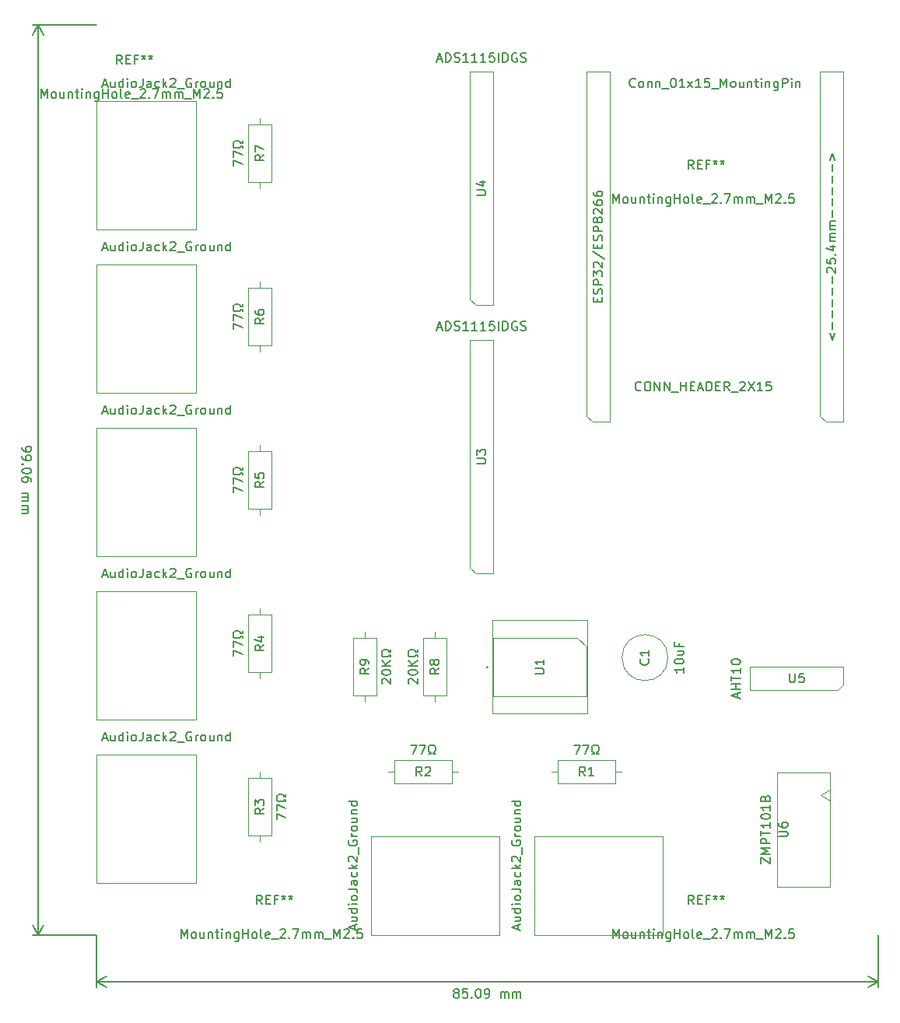
<source format=gbr>
%TF.GenerationSoftware,KiCad,Pcbnew,(5.1.9)-1*%
%TF.CreationDate,2021-03-31T06:49:38+07:00*%
%TF.ProjectId,Rev.1a,5265762e-3161-42e6-9b69-6361645f7063,rev?*%
%TF.SameCoordinates,Original*%
%TF.FileFunction,Other,Fab,Top*%
%FSLAX46Y46*%
G04 Gerber Fmt 4.6, Leading zero omitted, Abs format (unit mm)*
G04 Created by KiCad (PCBNEW (5.1.9)-1) date 2021-03-31 06:49:38*
%MOMM*%
%LPD*%
G01*
G04 APERTURE LIST*
%ADD10C,0.150000*%
%ADD11C,0.100000*%
%ADD12C,0.120000*%
G04 APERTURE END LIST*
D10*
X43967619Y-72628571D02*
X43967619Y-72819047D01*
X44015238Y-72914285D01*
X44062857Y-72961904D01*
X44205714Y-73057142D01*
X44396190Y-73104761D01*
X44777142Y-73104761D01*
X44872380Y-73057142D01*
X44920000Y-73009523D01*
X44967619Y-72914285D01*
X44967619Y-72723809D01*
X44920000Y-72628571D01*
X44872380Y-72580952D01*
X44777142Y-72533333D01*
X44539047Y-72533333D01*
X44443809Y-72580952D01*
X44396190Y-72628571D01*
X44348571Y-72723809D01*
X44348571Y-72914285D01*
X44396190Y-73009523D01*
X44443809Y-73057142D01*
X44539047Y-73104761D01*
X43967619Y-73580952D02*
X43967619Y-73771428D01*
X44015238Y-73866666D01*
X44062857Y-73914285D01*
X44205714Y-74009523D01*
X44396190Y-74057142D01*
X44777142Y-74057142D01*
X44872380Y-74009523D01*
X44920000Y-73961904D01*
X44967619Y-73866666D01*
X44967619Y-73676190D01*
X44920000Y-73580952D01*
X44872380Y-73533333D01*
X44777142Y-73485714D01*
X44539047Y-73485714D01*
X44443809Y-73533333D01*
X44396190Y-73580952D01*
X44348571Y-73676190D01*
X44348571Y-73866666D01*
X44396190Y-73961904D01*
X44443809Y-74009523D01*
X44539047Y-74057142D01*
X44062857Y-74485714D02*
X44015238Y-74533333D01*
X43967619Y-74485714D01*
X44015238Y-74438095D01*
X44062857Y-74485714D01*
X43967619Y-74485714D01*
X44967619Y-75152380D02*
X44967619Y-75247619D01*
X44920000Y-75342857D01*
X44872380Y-75390476D01*
X44777142Y-75438095D01*
X44586666Y-75485714D01*
X44348571Y-75485714D01*
X44158095Y-75438095D01*
X44062857Y-75390476D01*
X44015238Y-75342857D01*
X43967619Y-75247619D01*
X43967619Y-75152380D01*
X44015238Y-75057142D01*
X44062857Y-75009523D01*
X44158095Y-74961904D01*
X44348571Y-74914285D01*
X44586666Y-74914285D01*
X44777142Y-74961904D01*
X44872380Y-75009523D01*
X44920000Y-75057142D01*
X44967619Y-75152380D01*
X44967619Y-76342857D02*
X44967619Y-76152380D01*
X44920000Y-76057142D01*
X44872380Y-76009523D01*
X44729523Y-75914285D01*
X44539047Y-75866666D01*
X44158095Y-75866666D01*
X44062857Y-75914285D01*
X44015238Y-75961904D01*
X43967619Y-76057142D01*
X43967619Y-76247619D01*
X44015238Y-76342857D01*
X44062857Y-76390476D01*
X44158095Y-76438095D01*
X44396190Y-76438095D01*
X44491428Y-76390476D01*
X44539047Y-76342857D01*
X44586666Y-76247619D01*
X44586666Y-76057142D01*
X44539047Y-75961904D01*
X44491428Y-75914285D01*
X44396190Y-75866666D01*
X43967619Y-77628571D02*
X44634285Y-77628571D01*
X44539047Y-77628571D02*
X44586666Y-77676190D01*
X44634285Y-77771428D01*
X44634285Y-77914285D01*
X44586666Y-78009523D01*
X44491428Y-78057142D01*
X43967619Y-78057142D01*
X44491428Y-78057142D02*
X44586666Y-78104761D01*
X44634285Y-78200000D01*
X44634285Y-78342857D01*
X44586666Y-78438095D01*
X44491428Y-78485714D01*
X43967619Y-78485714D01*
X43967619Y-78961904D02*
X44634285Y-78961904D01*
X44539047Y-78961904D02*
X44586666Y-79009523D01*
X44634285Y-79104761D01*
X44634285Y-79247619D01*
X44586666Y-79342857D01*
X44491428Y-79390476D01*
X43967619Y-79390476D01*
X44491428Y-79390476D02*
X44586666Y-79438095D01*
X44634285Y-79533333D01*
X44634285Y-79676190D01*
X44586666Y-79771428D01*
X44491428Y-79819047D01*
X43967619Y-79819047D01*
X45720000Y-26670000D02*
X45720000Y-125730000D01*
X52070000Y-26670000D02*
X45133579Y-26670000D01*
X52070000Y-125730000D02*
X45133579Y-125730000D01*
X45720000Y-125730000D02*
X45133579Y-124603496D01*
X45720000Y-125730000D02*
X46306421Y-124603496D01*
X45720000Y-26670000D02*
X45133579Y-27796504D01*
X45720000Y-26670000D02*
X46306421Y-27796504D01*
X91138809Y-131990952D02*
X91043571Y-131943333D01*
X90995952Y-131895714D01*
X90948333Y-131800476D01*
X90948333Y-131752857D01*
X90995952Y-131657619D01*
X91043571Y-131610000D01*
X91138809Y-131562380D01*
X91329285Y-131562380D01*
X91424523Y-131610000D01*
X91472142Y-131657619D01*
X91519761Y-131752857D01*
X91519761Y-131800476D01*
X91472142Y-131895714D01*
X91424523Y-131943333D01*
X91329285Y-131990952D01*
X91138809Y-131990952D01*
X91043571Y-132038571D01*
X90995952Y-132086190D01*
X90948333Y-132181428D01*
X90948333Y-132371904D01*
X90995952Y-132467142D01*
X91043571Y-132514761D01*
X91138809Y-132562380D01*
X91329285Y-132562380D01*
X91424523Y-132514761D01*
X91472142Y-132467142D01*
X91519761Y-132371904D01*
X91519761Y-132181428D01*
X91472142Y-132086190D01*
X91424523Y-132038571D01*
X91329285Y-131990952D01*
X92424523Y-131562380D02*
X91948333Y-131562380D01*
X91900714Y-132038571D01*
X91948333Y-131990952D01*
X92043571Y-131943333D01*
X92281666Y-131943333D01*
X92376904Y-131990952D01*
X92424523Y-132038571D01*
X92472142Y-132133809D01*
X92472142Y-132371904D01*
X92424523Y-132467142D01*
X92376904Y-132514761D01*
X92281666Y-132562380D01*
X92043571Y-132562380D01*
X91948333Y-132514761D01*
X91900714Y-132467142D01*
X92900714Y-132467142D02*
X92948333Y-132514761D01*
X92900714Y-132562380D01*
X92853095Y-132514761D01*
X92900714Y-132467142D01*
X92900714Y-132562380D01*
X93567380Y-131562380D02*
X93662619Y-131562380D01*
X93757857Y-131610000D01*
X93805476Y-131657619D01*
X93853095Y-131752857D01*
X93900714Y-131943333D01*
X93900714Y-132181428D01*
X93853095Y-132371904D01*
X93805476Y-132467142D01*
X93757857Y-132514761D01*
X93662619Y-132562380D01*
X93567380Y-132562380D01*
X93472142Y-132514761D01*
X93424523Y-132467142D01*
X93376904Y-132371904D01*
X93329285Y-132181428D01*
X93329285Y-131943333D01*
X93376904Y-131752857D01*
X93424523Y-131657619D01*
X93472142Y-131610000D01*
X93567380Y-131562380D01*
X94376904Y-132562380D02*
X94567380Y-132562380D01*
X94662619Y-132514761D01*
X94710238Y-132467142D01*
X94805476Y-132324285D01*
X94853095Y-132133809D01*
X94853095Y-131752857D01*
X94805476Y-131657619D01*
X94757857Y-131610000D01*
X94662619Y-131562380D01*
X94472142Y-131562380D01*
X94376904Y-131610000D01*
X94329285Y-131657619D01*
X94281666Y-131752857D01*
X94281666Y-131990952D01*
X94329285Y-132086190D01*
X94376904Y-132133809D01*
X94472142Y-132181428D01*
X94662619Y-132181428D01*
X94757857Y-132133809D01*
X94805476Y-132086190D01*
X94853095Y-131990952D01*
X96043571Y-132562380D02*
X96043571Y-131895714D01*
X96043571Y-131990952D02*
X96091190Y-131943333D01*
X96186428Y-131895714D01*
X96329285Y-131895714D01*
X96424523Y-131943333D01*
X96472142Y-132038571D01*
X96472142Y-132562380D01*
X96472142Y-132038571D02*
X96519761Y-131943333D01*
X96615000Y-131895714D01*
X96757857Y-131895714D01*
X96853095Y-131943333D01*
X96900714Y-132038571D01*
X96900714Y-132562380D01*
X97376904Y-132562380D02*
X97376904Y-131895714D01*
X97376904Y-131990952D02*
X97424523Y-131943333D01*
X97519761Y-131895714D01*
X97662619Y-131895714D01*
X97757857Y-131943333D01*
X97805476Y-132038571D01*
X97805476Y-132562380D01*
X97805476Y-132038571D02*
X97853095Y-131943333D01*
X97948333Y-131895714D01*
X98091190Y-131895714D01*
X98186428Y-131943333D01*
X98234047Y-132038571D01*
X98234047Y-132562380D01*
X52070000Y-130810000D02*
X137160000Y-130810000D01*
X52070000Y-125730000D02*
X52070000Y-131396421D01*
X137160000Y-125730000D02*
X137160000Y-131396421D01*
X137160000Y-130810000D02*
X136033496Y-131396421D01*
X137160000Y-130810000D02*
X136033496Y-130223579D01*
X52070000Y-130810000D02*
X53196504Y-131396421D01*
X52070000Y-130810000D02*
X53196504Y-130223579D01*
D11*
%TO.C,U3*%
X95250000Y-86360000D02*
X93345000Y-86360000D01*
X93345000Y-86360000D02*
X92710000Y-85725000D01*
X92710000Y-85725000D02*
X92710000Y-60960000D01*
X92710000Y-60960000D02*
X95250000Y-60960000D01*
X95250000Y-60960000D02*
X95250000Y-86360000D01*
%TO.C,U4*%
X95250000Y-31750000D02*
X95250000Y-57150000D01*
X92710000Y-31750000D02*
X95250000Y-31750000D01*
X92710000Y-56515000D02*
X92710000Y-31750000D01*
X93345000Y-57150000D02*
X92710000Y-56515000D01*
X95250000Y-57150000D02*
X93345000Y-57150000D01*
D12*
%TO.C,J3*%
X62865000Y-120015000D02*
X62865000Y-106045000D01*
X52070000Y-120015000D02*
X62865000Y-120015000D01*
X52070000Y-106045000D02*
X52070000Y-120015000D01*
X62865000Y-106045000D02*
X52070000Y-106045000D01*
%TO.C,J7*%
X62865000Y-34925000D02*
X52070000Y-34925000D01*
X52070000Y-34925000D02*
X52070000Y-48895000D01*
X52070000Y-48895000D02*
X62865000Y-48895000D01*
X62865000Y-48895000D02*
X62865000Y-34925000D01*
%TO.C,J2*%
X81915000Y-114935000D02*
X81915000Y-125730000D01*
X81915000Y-125730000D02*
X95885000Y-125730000D01*
X95885000Y-125730000D02*
X95885000Y-114935000D01*
X95885000Y-114935000D02*
X81915000Y-114935000D01*
%TO.C,J6*%
X62865000Y-66675000D02*
X62865000Y-52705000D01*
X52070000Y-66675000D02*
X62865000Y-66675000D01*
X52070000Y-52705000D02*
X52070000Y-66675000D01*
X62865000Y-52705000D02*
X52070000Y-52705000D01*
%TO.C,J1*%
X113665000Y-114935000D02*
X99695000Y-114935000D01*
X113665000Y-125730000D02*
X113665000Y-114935000D01*
X99695000Y-125730000D02*
X113665000Y-125730000D01*
X99695000Y-114935000D02*
X99695000Y-125730000D01*
%TO.C,J5*%
X62865000Y-70485000D02*
X52070000Y-70485000D01*
X52070000Y-70485000D02*
X52070000Y-84455000D01*
X52070000Y-84455000D02*
X62865000Y-84455000D01*
X62865000Y-84455000D02*
X62865000Y-70485000D01*
%TO.C,J4*%
X62865000Y-102235000D02*
X62865000Y-88265000D01*
X52070000Y-102235000D02*
X62865000Y-102235000D01*
X52070000Y-88265000D02*
X52070000Y-102235000D01*
X62865000Y-88265000D02*
X52070000Y-88265000D01*
D11*
%TO.C,<-----25.4mm----->*%
X133350000Y-31750000D02*
X133350000Y-69850000D01*
X130810000Y-31750000D02*
X133350000Y-31750000D01*
X130810000Y-69215000D02*
X130810000Y-31750000D01*
X131445000Y-69850000D02*
X130810000Y-69215000D01*
X133350000Y-69850000D02*
X131445000Y-69850000D01*
%TO.C,ESP32/ESP8266*%
X107950000Y-31750000D02*
X107950000Y-69850000D01*
X105410000Y-31750000D02*
X107950000Y-31750000D01*
X105410000Y-69215000D02*
X105410000Y-31750000D01*
X106045000Y-69850000D02*
X105410000Y-69215000D01*
X107950000Y-69850000D02*
X106045000Y-69850000D01*
%TO.C,R3*%
X69850000Y-107950000D02*
X69850000Y-108610000D01*
X69850000Y-115570000D02*
X69850000Y-114910000D01*
X68600000Y-108610000D02*
X68600000Y-114910000D01*
X71100000Y-108610000D02*
X68600000Y-108610000D01*
X71100000Y-114910000D02*
X71100000Y-108610000D01*
X68600000Y-114910000D02*
X71100000Y-114910000D01*
%TO.C,R7*%
X71100000Y-37490000D02*
X68600000Y-37490000D01*
X68600000Y-37490000D02*
X68600000Y-43790000D01*
X68600000Y-43790000D02*
X71100000Y-43790000D01*
X71100000Y-43790000D02*
X71100000Y-37490000D01*
X69850000Y-36830000D02*
X69850000Y-37490000D01*
X69850000Y-44450000D02*
X69850000Y-43790000D01*
%TO.C,R2*%
X90780000Y-109200000D02*
X90780000Y-106700000D01*
X90780000Y-106700000D02*
X84480000Y-106700000D01*
X84480000Y-106700000D02*
X84480000Y-109200000D01*
X84480000Y-109200000D02*
X90780000Y-109200000D01*
X91440000Y-107950000D02*
X90780000Y-107950000D01*
X83820000Y-107950000D02*
X84480000Y-107950000D01*
%TO.C,R6*%
X69850000Y-62230000D02*
X69850000Y-61570000D01*
X69850000Y-54610000D02*
X69850000Y-55270000D01*
X71100000Y-61570000D02*
X71100000Y-55270000D01*
X68600000Y-61570000D02*
X71100000Y-61570000D01*
X68600000Y-55270000D02*
X68600000Y-61570000D01*
X71100000Y-55270000D02*
X68600000Y-55270000D01*
%TO.C,R1*%
X108560000Y-109200000D02*
X108560000Y-106700000D01*
X108560000Y-106700000D02*
X102260000Y-106700000D01*
X102260000Y-106700000D02*
X102260000Y-109200000D01*
X102260000Y-109200000D02*
X108560000Y-109200000D01*
X109220000Y-107950000D02*
X108560000Y-107950000D01*
X101600000Y-107950000D02*
X102260000Y-107950000D01*
%TO.C,R5*%
X69850000Y-80010000D02*
X69850000Y-79350000D01*
X69850000Y-72390000D02*
X69850000Y-73050000D01*
X71100000Y-79350000D02*
X71100000Y-73050000D01*
X68600000Y-79350000D02*
X71100000Y-79350000D01*
X68600000Y-73050000D02*
X68600000Y-79350000D01*
X71100000Y-73050000D02*
X68600000Y-73050000D01*
%TO.C,R4*%
X69850000Y-97790000D02*
X69850000Y-97130000D01*
X69850000Y-90170000D02*
X69850000Y-90830000D01*
X71100000Y-97130000D02*
X71100000Y-90830000D01*
X68600000Y-97130000D02*
X71100000Y-97130000D01*
X68600000Y-90830000D02*
X68600000Y-97130000D01*
X71100000Y-90830000D02*
X68600000Y-90830000D01*
%TO.C,R8*%
X90150000Y-93370000D02*
X87650000Y-93370000D01*
X87650000Y-93370000D02*
X87650000Y-99670000D01*
X87650000Y-99670000D02*
X90150000Y-99670000D01*
X90150000Y-99670000D02*
X90150000Y-93370000D01*
X88900000Y-92710000D02*
X88900000Y-93370000D01*
X88900000Y-100330000D02*
X88900000Y-99670000D01*
%TO.C,R9*%
X81280000Y-92710000D02*
X81280000Y-93370000D01*
X81280000Y-100330000D02*
X81280000Y-99670000D01*
X80030000Y-93370000D02*
X80030000Y-99670000D01*
X82530000Y-93370000D02*
X80030000Y-93370000D01*
X82530000Y-99670000D02*
X82530000Y-93370000D01*
X80030000Y-99670000D02*
X82530000Y-99670000D01*
%TO.C,U1*%
X105470000Y-101600000D02*
X105470000Y-91440000D01*
X95190000Y-101600000D02*
X105470000Y-101600000D01*
X95190000Y-91440000D02*
X95190000Y-101600000D01*
X105470000Y-91440000D02*
X95190000Y-91440000D01*
X104410000Y-93345000D02*
X105410000Y-94345000D01*
X95250000Y-93345000D02*
X104410000Y-93345000D01*
X95250000Y-99695000D02*
X95250000Y-93345000D01*
X105410000Y-99695000D02*
X95250000Y-99695000D01*
X105410000Y-94345000D02*
X105410000Y-99695000D01*
%TO.C,U5*%
X133350000Y-96520000D02*
X133350000Y-98425000D01*
X133350000Y-98425000D02*
X132715000Y-99060000D01*
X132715000Y-99060000D02*
X123190000Y-99060000D01*
X123190000Y-99060000D02*
X123190000Y-96520000D01*
X123190000Y-96520000D02*
X133350000Y-96520000D01*
%TO.C,U6*%
X130890000Y-110490000D02*
X131890000Y-111115000D01*
X131890000Y-109865000D02*
X130890000Y-110490000D01*
X131890000Y-120440000D02*
X131890000Y-108040000D01*
X126140000Y-120440000D02*
X131890000Y-120440000D01*
X126140000Y-108040000D02*
X126140000Y-120440000D01*
X131890000Y-108040000D02*
X126140000Y-108040000D01*
%TO.C,C1*%
X114260000Y-95520000D02*
G75*
G03*
X114260000Y-95520000I-2500000J0D01*
G01*
%TD*%
%TO.C,REF\u002A\u002A*%
D10*
X108276666Y-46062380D02*
X108276666Y-45062380D01*
X108610000Y-45776666D01*
X108943333Y-45062380D01*
X108943333Y-46062380D01*
X109562380Y-46062380D02*
X109467142Y-46014761D01*
X109419523Y-45967142D01*
X109371904Y-45871904D01*
X109371904Y-45586190D01*
X109419523Y-45490952D01*
X109467142Y-45443333D01*
X109562380Y-45395714D01*
X109705238Y-45395714D01*
X109800476Y-45443333D01*
X109848095Y-45490952D01*
X109895714Y-45586190D01*
X109895714Y-45871904D01*
X109848095Y-45967142D01*
X109800476Y-46014761D01*
X109705238Y-46062380D01*
X109562380Y-46062380D01*
X110752857Y-45395714D02*
X110752857Y-46062380D01*
X110324285Y-45395714D02*
X110324285Y-45919523D01*
X110371904Y-46014761D01*
X110467142Y-46062380D01*
X110610000Y-46062380D01*
X110705238Y-46014761D01*
X110752857Y-45967142D01*
X111229047Y-45395714D02*
X111229047Y-46062380D01*
X111229047Y-45490952D02*
X111276666Y-45443333D01*
X111371904Y-45395714D01*
X111514761Y-45395714D01*
X111610000Y-45443333D01*
X111657619Y-45538571D01*
X111657619Y-46062380D01*
X111990952Y-45395714D02*
X112371904Y-45395714D01*
X112133809Y-45062380D02*
X112133809Y-45919523D01*
X112181428Y-46014761D01*
X112276666Y-46062380D01*
X112371904Y-46062380D01*
X112705238Y-46062380D02*
X112705238Y-45395714D01*
X112705238Y-45062380D02*
X112657619Y-45110000D01*
X112705238Y-45157619D01*
X112752857Y-45110000D01*
X112705238Y-45062380D01*
X112705238Y-45157619D01*
X113181428Y-45395714D02*
X113181428Y-46062380D01*
X113181428Y-45490952D02*
X113229047Y-45443333D01*
X113324285Y-45395714D01*
X113467142Y-45395714D01*
X113562380Y-45443333D01*
X113610000Y-45538571D01*
X113610000Y-46062380D01*
X114514761Y-45395714D02*
X114514761Y-46205238D01*
X114467142Y-46300476D01*
X114419523Y-46348095D01*
X114324285Y-46395714D01*
X114181428Y-46395714D01*
X114086190Y-46348095D01*
X114514761Y-46014761D02*
X114419523Y-46062380D01*
X114229047Y-46062380D01*
X114133809Y-46014761D01*
X114086190Y-45967142D01*
X114038571Y-45871904D01*
X114038571Y-45586190D01*
X114086190Y-45490952D01*
X114133809Y-45443333D01*
X114229047Y-45395714D01*
X114419523Y-45395714D01*
X114514761Y-45443333D01*
X114990952Y-46062380D02*
X114990952Y-45062380D01*
X114990952Y-45538571D02*
X115562380Y-45538571D01*
X115562380Y-46062380D02*
X115562380Y-45062380D01*
X116181428Y-46062380D02*
X116086190Y-46014761D01*
X116038571Y-45967142D01*
X115990952Y-45871904D01*
X115990952Y-45586190D01*
X116038571Y-45490952D01*
X116086190Y-45443333D01*
X116181428Y-45395714D01*
X116324285Y-45395714D01*
X116419523Y-45443333D01*
X116467142Y-45490952D01*
X116514761Y-45586190D01*
X116514761Y-45871904D01*
X116467142Y-45967142D01*
X116419523Y-46014761D01*
X116324285Y-46062380D01*
X116181428Y-46062380D01*
X117086190Y-46062380D02*
X116990952Y-46014761D01*
X116943333Y-45919523D01*
X116943333Y-45062380D01*
X117848095Y-46014761D02*
X117752857Y-46062380D01*
X117562380Y-46062380D01*
X117467142Y-46014761D01*
X117419523Y-45919523D01*
X117419523Y-45538571D01*
X117467142Y-45443333D01*
X117562380Y-45395714D01*
X117752857Y-45395714D01*
X117848095Y-45443333D01*
X117895714Y-45538571D01*
X117895714Y-45633809D01*
X117419523Y-45729047D01*
X118086190Y-46157619D02*
X118848095Y-46157619D01*
X119038571Y-45157619D02*
X119086190Y-45110000D01*
X119181428Y-45062380D01*
X119419523Y-45062380D01*
X119514761Y-45110000D01*
X119562380Y-45157619D01*
X119610000Y-45252857D01*
X119610000Y-45348095D01*
X119562380Y-45490952D01*
X118990952Y-46062380D01*
X119610000Y-46062380D01*
X120038571Y-45967142D02*
X120086190Y-46014761D01*
X120038571Y-46062380D01*
X119990952Y-46014761D01*
X120038571Y-45967142D01*
X120038571Y-46062380D01*
X120419523Y-45062380D02*
X121086190Y-45062380D01*
X120657619Y-46062380D01*
X121467142Y-46062380D02*
X121467142Y-45395714D01*
X121467142Y-45490952D02*
X121514761Y-45443333D01*
X121610000Y-45395714D01*
X121752857Y-45395714D01*
X121848095Y-45443333D01*
X121895714Y-45538571D01*
X121895714Y-46062380D01*
X121895714Y-45538571D02*
X121943333Y-45443333D01*
X122038571Y-45395714D01*
X122181428Y-45395714D01*
X122276666Y-45443333D01*
X122324285Y-45538571D01*
X122324285Y-46062380D01*
X122800476Y-46062380D02*
X122800476Y-45395714D01*
X122800476Y-45490952D02*
X122848095Y-45443333D01*
X122943333Y-45395714D01*
X123086190Y-45395714D01*
X123181428Y-45443333D01*
X123229047Y-45538571D01*
X123229047Y-46062380D01*
X123229047Y-45538571D02*
X123276666Y-45443333D01*
X123371904Y-45395714D01*
X123514761Y-45395714D01*
X123610000Y-45443333D01*
X123657619Y-45538571D01*
X123657619Y-46062380D01*
X123895714Y-46157619D02*
X124657619Y-46157619D01*
X124895714Y-46062380D02*
X124895714Y-45062380D01*
X125229047Y-45776666D01*
X125562380Y-45062380D01*
X125562380Y-46062380D01*
X125990952Y-45157619D02*
X126038571Y-45110000D01*
X126133809Y-45062380D01*
X126371904Y-45062380D01*
X126467142Y-45110000D01*
X126514761Y-45157619D01*
X126562380Y-45252857D01*
X126562380Y-45348095D01*
X126514761Y-45490952D01*
X125943333Y-46062380D01*
X126562380Y-46062380D01*
X126990952Y-45967142D02*
X127038571Y-46014761D01*
X126990952Y-46062380D01*
X126943333Y-46014761D01*
X126990952Y-45967142D01*
X126990952Y-46062380D01*
X127943333Y-45062380D02*
X127467142Y-45062380D01*
X127419523Y-45538571D01*
X127467142Y-45490952D01*
X127562380Y-45443333D01*
X127800476Y-45443333D01*
X127895714Y-45490952D01*
X127943333Y-45538571D01*
X127990952Y-45633809D01*
X127990952Y-45871904D01*
X127943333Y-45967142D01*
X127895714Y-46014761D01*
X127800476Y-46062380D01*
X127562380Y-46062380D01*
X127467142Y-46014761D01*
X127419523Y-45967142D01*
X117076666Y-42362380D02*
X116743333Y-41886190D01*
X116505238Y-42362380D02*
X116505238Y-41362380D01*
X116886190Y-41362380D01*
X116981428Y-41410000D01*
X117029047Y-41457619D01*
X117076666Y-41552857D01*
X117076666Y-41695714D01*
X117029047Y-41790952D01*
X116981428Y-41838571D01*
X116886190Y-41886190D01*
X116505238Y-41886190D01*
X117505238Y-41838571D02*
X117838571Y-41838571D01*
X117981428Y-42362380D02*
X117505238Y-42362380D01*
X117505238Y-41362380D01*
X117981428Y-41362380D01*
X118743333Y-41838571D02*
X118410000Y-41838571D01*
X118410000Y-42362380D02*
X118410000Y-41362380D01*
X118886190Y-41362380D01*
X119410000Y-41362380D02*
X119410000Y-41600476D01*
X119171904Y-41505238D02*
X119410000Y-41600476D01*
X119648095Y-41505238D01*
X119267142Y-41790952D02*
X119410000Y-41600476D01*
X119552857Y-41790952D01*
X120171904Y-41362380D02*
X120171904Y-41600476D01*
X119933809Y-41505238D02*
X120171904Y-41600476D01*
X120410000Y-41505238D01*
X120029047Y-41790952D02*
X120171904Y-41600476D01*
X120314761Y-41790952D01*
X108276666Y-126072380D02*
X108276666Y-125072380D01*
X108610000Y-125786666D01*
X108943333Y-125072380D01*
X108943333Y-126072380D01*
X109562380Y-126072380D02*
X109467142Y-126024761D01*
X109419523Y-125977142D01*
X109371904Y-125881904D01*
X109371904Y-125596190D01*
X109419523Y-125500952D01*
X109467142Y-125453333D01*
X109562380Y-125405714D01*
X109705238Y-125405714D01*
X109800476Y-125453333D01*
X109848095Y-125500952D01*
X109895714Y-125596190D01*
X109895714Y-125881904D01*
X109848095Y-125977142D01*
X109800476Y-126024761D01*
X109705238Y-126072380D01*
X109562380Y-126072380D01*
X110752857Y-125405714D02*
X110752857Y-126072380D01*
X110324285Y-125405714D02*
X110324285Y-125929523D01*
X110371904Y-126024761D01*
X110467142Y-126072380D01*
X110610000Y-126072380D01*
X110705238Y-126024761D01*
X110752857Y-125977142D01*
X111229047Y-125405714D02*
X111229047Y-126072380D01*
X111229047Y-125500952D02*
X111276666Y-125453333D01*
X111371904Y-125405714D01*
X111514761Y-125405714D01*
X111610000Y-125453333D01*
X111657619Y-125548571D01*
X111657619Y-126072380D01*
X111990952Y-125405714D02*
X112371904Y-125405714D01*
X112133809Y-125072380D02*
X112133809Y-125929523D01*
X112181428Y-126024761D01*
X112276666Y-126072380D01*
X112371904Y-126072380D01*
X112705238Y-126072380D02*
X112705238Y-125405714D01*
X112705238Y-125072380D02*
X112657619Y-125120000D01*
X112705238Y-125167619D01*
X112752857Y-125120000D01*
X112705238Y-125072380D01*
X112705238Y-125167619D01*
X113181428Y-125405714D02*
X113181428Y-126072380D01*
X113181428Y-125500952D02*
X113229047Y-125453333D01*
X113324285Y-125405714D01*
X113467142Y-125405714D01*
X113562380Y-125453333D01*
X113610000Y-125548571D01*
X113610000Y-126072380D01*
X114514761Y-125405714D02*
X114514761Y-126215238D01*
X114467142Y-126310476D01*
X114419523Y-126358095D01*
X114324285Y-126405714D01*
X114181428Y-126405714D01*
X114086190Y-126358095D01*
X114514761Y-126024761D02*
X114419523Y-126072380D01*
X114229047Y-126072380D01*
X114133809Y-126024761D01*
X114086190Y-125977142D01*
X114038571Y-125881904D01*
X114038571Y-125596190D01*
X114086190Y-125500952D01*
X114133809Y-125453333D01*
X114229047Y-125405714D01*
X114419523Y-125405714D01*
X114514761Y-125453333D01*
X114990952Y-126072380D02*
X114990952Y-125072380D01*
X114990952Y-125548571D02*
X115562380Y-125548571D01*
X115562380Y-126072380D02*
X115562380Y-125072380D01*
X116181428Y-126072380D02*
X116086190Y-126024761D01*
X116038571Y-125977142D01*
X115990952Y-125881904D01*
X115990952Y-125596190D01*
X116038571Y-125500952D01*
X116086190Y-125453333D01*
X116181428Y-125405714D01*
X116324285Y-125405714D01*
X116419523Y-125453333D01*
X116467142Y-125500952D01*
X116514761Y-125596190D01*
X116514761Y-125881904D01*
X116467142Y-125977142D01*
X116419523Y-126024761D01*
X116324285Y-126072380D01*
X116181428Y-126072380D01*
X117086190Y-126072380D02*
X116990952Y-126024761D01*
X116943333Y-125929523D01*
X116943333Y-125072380D01*
X117848095Y-126024761D02*
X117752857Y-126072380D01*
X117562380Y-126072380D01*
X117467142Y-126024761D01*
X117419523Y-125929523D01*
X117419523Y-125548571D01*
X117467142Y-125453333D01*
X117562380Y-125405714D01*
X117752857Y-125405714D01*
X117848095Y-125453333D01*
X117895714Y-125548571D01*
X117895714Y-125643809D01*
X117419523Y-125739047D01*
X118086190Y-126167619D02*
X118848095Y-126167619D01*
X119038571Y-125167619D02*
X119086190Y-125120000D01*
X119181428Y-125072380D01*
X119419523Y-125072380D01*
X119514761Y-125120000D01*
X119562380Y-125167619D01*
X119610000Y-125262857D01*
X119610000Y-125358095D01*
X119562380Y-125500952D01*
X118990952Y-126072380D01*
X119610000Y-126072380D01*
X120038571Y-125977142D02*
X120086190Y-126024761D01*
X120038571Y-126072380D01*
X119990952Y-126024761D01*
X120038571Y-125977142D01*
X120038571Y-126072380D01*
X120419523Y-125072380D02*
X121086190Y-125072380D01*
X120657619Y-126072380D01*
X121467142Y-126072380D02*
X121467142Y-125405714D01*
X121467142Y-125500952D02*
X121514761Y-125453333D01*
X121610000Y-125405714D01*
X121752857Y-125405714D01*
X121848095Y-125453333D01*
X121895714Y-125548571D01*
X121895714Y-126072380D01*
X121895714Y-125548571D02*
X121943333Y-125453333D01*
X122038571Y-125405714D01*
X122181428Y-125405714D01*
X122276666Y-125453333D01*
X122324285Y-125548571D01*
X122324285Y-126072380D01*
X122800476Y-126072380D02*
X122800476Y-125405714D01*
X122800476Y-125500952D02*
X122848095Y-125453333D01*
X122943333Y-125405714D01*
X123086190Y-125405714D01*
X123181428Y-125453333D01*
X123229047Y-125548571D01*
X123229047Y-126072380D01*
X123229047Y-125548571D02*
X123276666Y-125453333D01*
X123371904Y-125405714D01*
X123514761Y-125405714D01*
X123610000Y-125453333D01*
X123657619Y-125548571D01*
X123657619Y-126072380D01*
X123895714Y-126167619D02*
X124657619Y-126167619D01*
X124895714Y-126072380D02*
X124895714Y-125072380D01*
X125229047Y-125786666D01*
X125562380Y-125072380D01*
X125562380Y-126072380D01*
X125990952Y-125167619D02*
X126038571Y-125120000D01*
X126133809Y-125072380D01*
X126371904Y-125072380D01*
X126467142Y-125120000D01*
X126514761Y-125167619D01*
X126562380Y-125262857D01*
X126562380Y-125358095D01*
X126514761Y-125500952D01*
X125943333Y-126072380D01*
X126562380Y-126072380D01*
X126990952Y-125977142D02*
X127038571Y-126024761D01*
X126990952Y-126072380D01*
X126943333Y-126024761D01*
X126990952Y-125977142D01*
X126990952Y-126072380D01*
X127943333Y-125072380D02*
X127467142Y-125072380D01*
X127419523Y-125548571D01*
X127467142Y-125500952D01*
X127562380Y-125453333D01*
X127800476Y-125453333D01*
X127895714Y-125500952D01*
X127943333Y-125548571D01*
X127990952Y-125643809D01*
X127990952Y-125881904D01*
X127943333Y-125977142D01*
X127895714Y-126024761D01*
X127800476Y-126072380D01*
X127562380Y-126072380D01*
X127467142Y-126024761D01*
X127419523Y-125977142D01*
X117076666Y-122372380D02*
X116743333Y-121896190D01*
X116505238Y-122372380D02*
X116505238Y-121372380D01*
X116886190Y-121372380D01*
X116981428Y-121420000D01*
X117029047Y-121467619D01*
X117076666Y-121562857D01*
X117076666Y-121705714D01*
X117029047Y-121800952D01*
X116981428Y-121848571D01*
X116886190Y-121896190D01*
X116505238Y-121896190D01*
X117505238Y-121848571D02*
X117838571Y-121848571D01*
X117981428Y-122372380D02*
X117505238Y-122372380D01*
X117505238Y-121372380D01*
X117981428Y-121372380D01*
X118743333Y-121848571D02*
X118410000Y-121848571D01*
X118410000Y-122372380D02*
X118410000Y-121372380D01*
X118886190Y-121372380D01*
X119410000Y-121372380D02*
X119410000Y-121610476D01*
X119171904Y-121515238D02*
X119410000Y-121610476D01*
X119648095Y-121515238D01*
X119267142Y-121800952D02*
X119410000Y-121610476D01*
X119552857Y-121800952D01*
X120171904Y-121372380D02*
X120171904Y-121610476D01*
X119933809Y-121515238D02*
X120171904Y-121610476D01*
X120410000Y-121515238D01*
X120029047Y-121800952D02*
X120171904Y-121610476D01*
X120314761Y-121800952D01*
X61286666Y-126072380D02*
X61286666Y-125072380D01*
X61620000Y-125786666D01*
X61953333Y-125072380D01*
X61953333Y-126072380D01*
X62572380Y-126072380D02*
X62477142Y-126024761D01*
X62429523Y-125977142D01*
X62381904Y-125881904D01*
X62381904Y-125596190D01*
X62429523Y-125500952D01*
X62477142Y-125453333D01*
X62572380Y-125405714D01*
X62715238Y-125405714D01*
X62810476Y-125453333D01*
X62858095Y-125500952D01*
X62905714Y-125596190D01*
X62905714Y-125881904D01*
X62858095Y-125977142D01*
X62810476Y-126024761D01*
X62715238Y-126072380D01*
X62572380Y-126072380D01*
X63762857Y-125405714D02*
X63762857Y-126072380D01*
X63334285Y-125405714D02*
X63334285Y-125929523D01*
X63381904Y-126024761D01*
X63477142Y-126072380D01*
X63620000Y-126072380D01*
X63715238Y-126024761D01*
X63762857Y-125977142D01*
X64239047Y-125405714D02*
X64239047Y-126072380D01*
X64239047Y-125500952D02*
X64286666Y-125453333D01*
X64381904Y-125405714D01*
X64524761Y-125405714D01*
X64620000Y-125453333D01*
X64667619Y-125548571D01*
X64667619Y-126072380D01*
X65000952Y-125405714D02*
X65381904Y-125405714D01*
X65143809Y-125072380D02*
X65143809Y-125929523D01*
X65191428Y-126024761D01*
X65286666Y-126072380D01*
X65381904Y-126072380D01*
X65715238Y-126072380D02*
X65715238Y-125405714D01*
X65715238Y-125072380D02*
X65667619Y-125120000D01*
X65715238Y-125167619D01*
X65762857Y-125120000D01*
X65715238Y-125072380D01*
X65715238Y-125167619D01*
X66191428Y-125405714D02*
X66191428Y-126072380D01*
X66191428Y-125500952D02*
X66239047Y-125453333D01*
X66334285Y-125405714D01*
X66477142Y-125405714D01*
X66572380Y-125453333D01*
X66620000Y-125548571D01*
X66620000Y-126072380D01*
X67524761Y-125405714D02*
X67524761Y-126215238D01*
X67477142Y-126310476D01*
X67429523Y-126358095D01*
X67334285Y-126405714D01*
X67191428Y-126405714D01*
X67096190Y-126358095D01*
X67524761Y-126024761D02*
X67429523Y-126072380D01*
X67239047Y-126072380D01*
X67143809Y-126024761D01*
X67096190Y-125977142D01*
X67048571Y-125881904D01*
X67048571Y-125596190D01*
X67096190Y-125500952D01*
X67143809Y-125453333D01*
X67239047Y-125405714D01*
X67429523Y-125405714D01*
X67524761Y-125453333D01*
X68000952Y-126072380D02*
X68000952Y-125072380D01*
X68000952Y-125548571D02*
X68572380Y-125548571D01*
X68572380Y-126072380D02*
X68572380Y-125072380D01*
X69191428Y-126072380D02*
X69096190Y-126024761D01*
X69048571Y-125977142D01*
X69000952Y-125881904D01*
X69000952Y-125596190D01*
X69048571Y-125500952D01*
X69096190Y-125453333D01*
X69191428Y-125405714D01*
X69334285Y-125405714D01*
X69429523Y-125453333D01*
X69477142Y-125500952D01*
X69524761Y-125596190D01*
X69524761Y-125881904D01*
X69477142Y-125977142D01*
X69429523Y-126024761D01*
X69334285Y-126072380D01*
X69191428Y-126072380D01*
X70096190Y-126072380D02*
X70000952Y-126024761D01*
X69953333Y-125929523D01*
X69953333Y-125072380D01*
X70858095Y-126024761D02*
X70762857Y-126072380D01*
X70572380Y-126072380D01*
X70477142Y-126024761D01*
X70429523Y-125929523D01*
X70429523Y-125548571D01*
X70477142Y-125453333D01*
X70572380Y-125405714D01*
X70762857Y-125405714D01*
X70858095Y-125453333D01*
X70905714Y-125548571D01*
X70905714Y-125643809D01*
X70429523Y-125739047D01*
X71096190Y-126167619D02*
X71858095Y-126167619D01*
X72048571Y-125167619D02*
X72096190Y-125120000D01*
X72191428Y-125072380D01*
X72429523Y-125072380D01*
X72524761Y-125120000D01*
X72572380Y-125167619D01*
X72620000Y-125262857D01*
X72620000Y-125358095D01*
X72572380Y-125500952D01*
X72000952Y-126072380D01*
X72620000Y-126072380D01*
X73048571Y-125977142D02*
X73096190Y-126024761D01*
X73048571Y-126072380D01*
X73000952Y-126024761D01*
X73048571Y-125977142D01*
X73048571Y-126072380D01*
X73429523Y-125072380D02*
X74096190Y-125072380D01*
X73667619Y-126072380D01*
X74477142Y-126072380D02*
X74477142Y-125405714D01*
X74477142Y-125500952D02*
X74524761Y-125453333D01*
X74620000Y-125405714D01*
X74762857Y-125405714D01*
X74858095Y-125453333D01*
X74905714Y-125548571D01*
X74905714Y-126072380D01*
X74905714Y-125548571D02*
X74953333Y-125453333D01*
X75048571Y-125405714D01*
X75191428Y-125405714D01*
X75286666Y-125453333D01*
X75334285Y-125548571D01*
X75334285Y-126072380D01*
X75810476Y-126072380D02*
X75810476Y-125405714D01*
X75810476Y-125500952D02*
X75858095Y-125453333D01*
X75953333Y-125405714D01*
X76096190Y-125405714D01*
X76191428Y-125453333D01*
X76239047Y-125548571D01*
X76239047Y-126072380D01*
X76239047Y-125548571D02*
X76286666Y-125453333D01*
X76381904Y-125405714D01*
X76524761Y-125405714D01*
X76620000Y-125453333D01*
X76667619Y-125548571D01*
X76667619Y-126072380D01*
X76905714Y-126167619D02*
X77667619Y-126167619D01*
X77905714Y-126072380D02*
X77905714Y-125072380D01*
X78239047Y-125786666D01*
X78572380Y-125072380D01*
X78572380Y-126072380D01*
X79000952Y-125167619D02*
X79048571Y-125120000D01*
X79143809Y-125072380D01*
X79381904Y-125072380D01*
X79477142Y-125120000D01*
X79524761Y-125167619D01*
X79572380Y-125262857D01*
X79572380Y-125358095D01*
X79524761Y-125500952D01*
X78953333Y-126072380D01*
X79572380Y-126072380D01*
X80000952Y-125977142D02*
X80048571Y-126024761D01*
X80000952Y-126072380D01*
X79953333Y-126024761D01*
X80000952Y-125977142D01*
X80000952Y-126072380D01*
X80953333Y-125072380D02*
X80477142Y-125072380D01*
X80429523Y-125548571D01*
X80477142Y-125500952D01*
X80572380Y-125453333D01*
X80810476Y-125453333D01*
X80905714Y-125500952D01*
X80953333Y-125548571D01*
X81000952Y-125643809D01*
X81000952Y-125881904D01*
X80953333Y-125977142D01*
X80905714Y-126024761D01*
X80810476Y-126072380D01*
X80572380Y-126072380D01*
X80477142Y-126024761D01*
X80429523Y-125977142D01*
X70086666Y-122372380D02*
X69753333Y-121896190D01*
X69515238Y-122372380D02*
X69515238Y-121372380D01*
X69896190Y-121372380D01*
X69991428Y-121420000D01*
X70039047Y-121467619D01*
X70086666Y-121562857D01*
X70086666Y-121705714D01*
X70039047Y-121800952D01*
X69991428Y-121848571D01*
X69896190Y-121896190D01*
X69515238Y-121896190D01*
X70515238Y-121848571D02*
X70848571Y-121848571D01*
X70991428Y-122372380D02*
X70515238Y-122372380D01*
X70515238Y-121372380D01*
X70991428Y-121372380D01*
X71753333Y-121848571D02*
X71420000Y-121848571D01*
X71420000Y-122372380D02*
X71420000Y-121372380D01*
X71896190Y-121372380D01*
X72420000Y-121372380D02*
X72420000Y-121610476D01*
X72181904Y-121515238D02*
X72420000Y-121610476D01*
X72658095Y-121515238D01*
X72277142Y-121800952D02*
X72420000Y-121610476D01*
X72562857Y-121800952D01*
X73181904Y-121372380D02*
X73181904Y-121610476D01*
X72943809Y-121515238D02*
X73181904Y-121610476D01*
X73420000Y-121515238D01*
X73039047Y-121800952D02*
X73181904Y-121610476D01*
X73324761Y-121800952D01*
X46046666Y-34632380D02*
X46046666Y-33632380D01*
X46380000Y-34346666D01*
X46713333Y-33632380D01*
X46713333Y-34632380D01*
X47332380Y-34632380D02*
X47237142Y-34584761D01*
X47189523Y-34537142D01*
X47141904Y-34441904D01*
X47141904Y-34156190D01*
X47189523Y-34060952D01*
X47237142Y-34013333D01*
X47332380Y-33965714D01*
X47475238Y-33965714D01*
X47570476Y-34013333D01*
X47618095Y-34060952D01*
X47665714Y-34156190D01*
X47665714Y-34441904D01*
X47618095Y-34537142D01*
X47570476Y-34584761D01*
X47475238Y-34632380D01*
X47332380Y-34632380D01*
X48522857Y-33965714D02*
X48522857Y-34632380D01*
X48094285Y-33965714D02*
X48094285Y-34489523D01*
X48141904Y-34584761D01*
X48237142Y-34632380D01*
X48380000Y-34632380D01*
X48475238Y-34584761D01*
X48522857Y-34537142D01*
X48999047Y-33965714D02*
X48999047Y-34632380D01*
X48999047Y-34060952D02*
X49046666Y-34013333D01*
X49141904Y-33965714D01*
X49284761Y-33965714D01*
X49380000Y-34013333D01*
X49427619Y-34108571D01*
X49427619Y-34632380D01*
X49760952Y-33965714D02*
X50141904Y-33965714D01*
X49903809Y-33632380D02*
X49903809Y-34489523D01*
X49951428Y-34584761D01*
X50046666Y-34632380D01*
X50141904Y-34632380D01*
X50475238Y-34632380D02*
X50475238Y-33965714D01*
X50475238Y-33632380D02*
X50427619Y-33680000D01*
X50475238Y-33727619D01*
X50522857Y-33680000D01*
X50475238Y-33632380D01*
X50475238Y-33727619D01*
X50951428Y-33965714D02*
X50951428Y-34632380D01*
X50951428Y-34060952D02*
X50999047Y-34013333D01*
X51094285Y-33965714D01*
X51237142Y-33965714D01*
X51332380Y-34013333D01*
X51380000Y-34108571D01*
X51380000Y-34632380D01*
X52284761Y-33965714D02*
X52284761Y-34775238D01*
X52237142Y-34870476D01*
X52189523Y-34918095D01*
X52094285Y-34965714D01*
X51951428Y-34965714D01*
X51856190Y-34918095D01*
X52284761Y-34584761D02*
X52189523Y-34632380D01*
X51999047Y-34632380D01*
X51903809Y-34584761D01*
X51856190Y-34537142D01*
X51808571Y-34441904D01*
X51808571Y-34156190D01*
X51856190Y-34060952D01*
X51903809Y-34013333D01*
X51999047Y-33965714D01*
X52189523Y-33965714D01*
X52284761Y-34013333D01*
X52760952Y-34632380D02*
X52760952Y-33632380D01*
X52760952Y-34108571D02*
X53332380Y-34108571D01*
X53332380Y-34632380D02*
X53332380Y-33632380D01*
X53951428Y-34632380D02*
X53856190Y-34584761D01*
X53808571Y-34537142D01*
X53760952Y-34441904D01*
X53760952Y-34156190D01*
X53808571Y-34060952D01*
X53856190Y-34013333D01*
X53951428Y-33965714D01*
X54094285Y-33965714D01*
X54189523Y-34013333D01*
X54237142Y-34060952D01*
X54284761Y-34156190D01*
X54284761Y-34441904D01*
X54237142Y-34537142D01*
X54189523Y-34584761D01*
X54094285Y-34632380D01*
X53951428Y-34632380D01*
X54856190Y-34632380D02*
X54760952Y-34584761D01*
X54713333Y-34489523D01*
X54713333Y-33632380D01*
X55618095Y-34584761D02*
X55522857Y-34632380D01*
X55332380Y-34632380D01*
X55237142Y-34584761D01*
X55189523Y-34489523D01*
X55189523Y-34108571D01*
X55237142Y-34013333D01*
X55332380Y-33965714D01*
X55522857Y-33965714D01*
X55618095Y-34013333D01*
X55665714Y-34108571D01*
X55665714Y-34203809D01*
X55189523Y-34299047D01*
X55856190Y-34727619D02*
X56618095Y-34727619D01*
X56808571Y-33727619D02*
X56856190Y-33680000D01*
X56951428Y-33632380D01*
X57189523Y-33632380D01*
X57284761Y-33680000D01*
X57332380Y-33727619D01*
X57380000Y-33822857D01*
X57380000Y-33918095D01*
X57332380Y-34060952D01*
X56760952Y-34632380D01*
X57380000Y-34632380D01*
X57808571Y-34537142D02*
X57856190Y-34584761D01*
X57808571Y-34632380D01*
X57760952Y-34584761D01*
X57808571Y-34537142D01*
X57808571Y-34632380D01*
X58189523Y-33632380D02*
X58856190Y-33632380D01*
X58427619Y-34632380D01*
X59237142Y-34632380D02*
X59237142Y-33965714D01*
X59237142Y-34060952D02*
X59284761Y-34013333D01*
X59380000Y-33965714D01*
X59522857Y-33965714D01*
X59618095Y-34013333D01*
X59665714Y-34108571D01*
X59665714Y-34632380D01*
X59665714Y-34108571D02*
X59713333Y-34013333D01*
X59808571Y-33965714D01*
X59951428Y-33965714D01*
X60046666Y-34013333D01*
X60094285Y-34108571D01*
X60094285Y-34632380D01*
X60570476Y-34632380D02*
X60570476Y-33965714D01*
X60570476Y-34060952D02*
X60618095Y-34013333D01*
X60713333Y-33965714D01*
X60856190Y-33965714D01*
X60951428Y-34013333D01*
X60999047Y-34108571D01*
X60999047Y-34632380D01*
X60999047Y-34108571D02*
X61046666Y-34013333D01*
X61141904Y-33965714D01*
X61284761Y-33965714D01*
X61380000Y-34013333D01*
X61427619Y-34108571D01*
X61427619Y-34632380D01*
X61665714Y-34727619D02*
X62427619Y-34727619D01*
X62665714Y-34632380D02*
X62665714Y-33632380D01*
X62999047Y-34346666D01*
X63332380Y-33632380D01*
X63332380Y-34632380D01*
X63760952Y-33727619D02*
X63808571Y-33680000D01*
X63903809Y-33632380D01*
X64141904Y-33632380D01*
X64237142Y-33680000D01*
X64284761Y-33727619D01*
X64332380Y-33822857D01*
X64332380Y-33918095D01*
X64284761Y-34060952D01*
X63713333Y-34632380D01*
X64332380Y-34632380D01*
X64760952Y-34537142D02*
X64808571Y-34584761D01*
X64760952Y-34632380D01*
X64713333Y-34584761D01*
X64760952Y-34537142D01*
X64760952Y-34632380D01*
X65713333Y-33632380D02*
X65237142Y-33632380D01*
X65189523Y-34108571D01*
X65237142Y-34060952D01*
X65332380Y-34013333D01*
X65570476Y-34013333D01*
X65665714Y-34060952D01*
X65713333Y-34108571D01*
X65760952Y-34203809D01*
X65760952Y-34441904D01*
X65713333Y-34537142D01*
X65665714Y-34584761D01*
X65570476Y-34632380D01*
X65332380Y-34632380D01*
X65237142Y-34584761D01*
X65189523Y-34537142D01*
X54846666Y-30932380D02*
X54513333Y-30456190D01*
X54275238Y-30932380D02*
X54275238Y-29932380D01*
X54656190Y-29932380D01*
X54751428Y-29980000D01*
X54799047Y-30027619D01*
X54846666Y-30122857D01*
X54846666Y-30265714D01*
X54799047Y-30360952D01*
X54751428Y-30408571D01*
X54656190Y-30456190D01*
X54275238Y-30456190D01*
X55275238Y-30408571D02*
X55608571Y-30408571D01*
X55751428Y-30932380D02*
X55275238Y-30932380D01*
X55275238Y-29932380D01*
X55751428Y-29932380D01*
X56513333Y-30408571D02*
X56180000Y-30408571D01*
X56180000Y-30932380D02*
X56180000Y-29932380D01*
X56656190Y-29932380D01*
X57180000Y-29932380D02*
X57180000Y-30170476D01*
X56941904Y-30075238D02*
X57180000Y-30170476D01*
X57418095Y-30075238D01*
X57037142Y-30360952D02*
X57180000Y-30170476D01*
X57322857Y-30360952D01*
X57941904Y-29932380D02*
X57941904Y-30170476D01*
X57703809Y-30075238D02*
X57941904Y-30170476D01*
X58180000Y-30075238D01*
X57799047Y-30360952D02*
X57941904Y-30170476D01*
X58084761Y-30360952D01*
%TO.C,U3*%
X89146666Y-59626666D02*
X89622857Y-59626666D01*
X89051428Y-59912380D02*
X89384761Y-58912380D01*
X89718095Y-59912380D01*
X90051428Y-59912380D02*
X90051428Y-58912380D01*
X90289523Y-58912380D01*
X90432380Y-58960000D01*
X90527619Y-59055238D01*
X90575238Y-59150476D01*
X90622857Y-59340952D01*
X90622857Y-59483809D01*
X90575238Y-59674285D01*
X90527619Y-59769523D01*
X90432380Y-59864761D01*
X90289523Y-59912380D01*
X90051428Y-59912380D01*
X91003809Y-59864761D02*
X91146666Y-59912380D01*
X91384761Y-59912380D01*
X91480000Y-59864761D01*
X91527619Y-59817142D01*
X91575238Y-59721904D01*
X91575238Y-59626666D01*
X91527619Y-59531428D01*
X91480000Y-59483809D01*
X91384761Y-59436190D01*
X91194285Y-59388571D01*
X91099047Y-59340952D01*
X91051428Y-59293333D01*
X91003809Y-59198095D01*
X91003809Y-59102857D01*
X91051428Y-59007619D01*
X91099047Y-58960000D01*
X91194285Y-58912380D01*
X91432380Y-58912380D01*
X91575238Y-58960000D01*
X92527619Y-59912380D02*
X91956190Y-59912380D01*
X92241904Y-59912380D02*
X92241904Y-58912380D01*
X92146666Y-59055238D01*
X92051428Y-59150476D01*
X91956190Y-59198095D01*
X93480000Y-59912380D02*
X92908571Y-59912380D01*
X93194285Y-59912380D02*
X93194285Y-58912380D01*
X93099047Y-59055238D01*
X93003809Y-59150476D01*
X92908571Y-59198095D01*
X94432380Y-59912380D02*
X93860952Y-59912380D01*
X94146666Y-59912380D02*
X94146666Y-58912380D01*
X94051428Y-59055238D01*
X93956190Y-59150476D01*
X93860952Y-59198095D01*
X95337142Y-58912380D02*
X94860952Y-58912380D01*
X94813333Y-59388571D01*
X94860952Y-59340952D01*
X94956190Y-59293333D01*
X95194285Y-59293333D01*
X95289523Y-59340952D01*
X95337142Y-59388571D01*
X95384761Y-59483809D01*
X95384761Y-59721904D01*
X95337142Y-59817142D01*
X95289523Y-59864761D01*
X95194285Y-59912380D01*
X94956190Y-59912380D01*
X94860952Y-59864761D01*
X94813333Y-59817142D01*
X95813333Y-59912380D02*
X95813333Y-58912380D01*
X96289523Y-59912380D02*
X96289523Y-58912380D01*
X96527619Y-58912380D01*
X96670476Y-58960000D01*
X96765714Y-59055238D01*
X96813333Y-59150476D01*
X96860952Y-59340952D01*
X96860952Y-59483809D01*
X96813333Y-59674285D01*
X96765714Y-59769523D01*
X96670476Y-59864761D01*
X96527619Y-59912380D01*
X96289523Y-59912380D01*
X97813333Y-58960000D02*
X97718095Y-58912380D01*
X97575238Y-58912380D01*
X97432380Y-58960000D01*
X97337142Y-59055238D01*
X97289523Y-59150476D01*
X97241904Y-59340952D01*
X97241904Y-59483809D01*
X97289523Y-59674285D01*
X97337142Y-59769523D01*
X97432380Y-59864761D01*
X97575238Y-59912380D01*
X97670476Y-59912380D01*
X97813333Y-59864761D01*
X97860952Y-59817142D01*
X97860952Y-59483809D01*
X97670476Y-59483809D01*
X98241904Y-59864761D02*
X98384761Y-59912380D01*
X98622857Y-59912380D01*
X98718095Y-59864761D01*
X98765714Y-59817142D01*
X98813333Y-59721904D01*
X98813333Y-59626666D01*
X98765714Y-59531428D01*
X98718095Y-59483809D01*
X98622857Y-59436190D01*
X98432380Y-59388571D01*
X98337142Y-59340952D01*
X98289523Y-59293333D01*
X98241904Y-59198095D01*
X98241904Y-59102857D01*
X98289523Y-59007619D01*
X98337142Y-58960000D01*
X98432380Y-58912380D01*
X98670476Y-58912380D01*
X98813333Y-58960000D01*
X93432380Y-74421904D02*
X94241904Y-74421904D01*
X94337142Y-74374285D01*
X94384761Y-74326666D01*
X94432380Y-74231428D01*
X94432380Y-74040952D01*
X94384761Y-73945714D01*
X94337142Y-73898095D01*
X94241904Y-73850476D01*
X93432380Y-73850476D01*
X93432380Y-73469523D02*
X93432380Y-72850476D01*
X93813333Y-73183809D01*
X93813333Y-73040952D01*
X93860952Y-72945714D01*
X93908571Y-72898095D01*
X94003809Y-72850476D01*
X94241904Y-72850476D01*
X94337142Y-72898095D01*
X94384761Y-72945714D01*
X94432380Y-73040952D01*
X94432380Y-73326666D01*
X94384761Y-73421904D01*
X94337142Y-73469523D01*
%TO.C,U4*%
X89146666Y-30416666D02*
X89622857Y-30416666D01*
X89051428Y-30702380D02*
X89384761Y-29702380D01*
X89718095Y-30702380D01*
X90051428Y-30702380D02*
X90051428Y-29702380D01*
X90289523Y-29702380D01*
X90432380Y-29750000D01*
X90527619Y-29845238D01*
X90575238Y-29940476D01*
X90622857Y-30130952D01*
X90622857Y-30273809D01*
X90575238Y-30464285D01*
X90527619Y-30559523D01*
X90432380Y-30654761D01*
X90289523Y-30702380D01*
X90051428Y-30702380D01*
X91003809Y-30654761D02*
X91146666Y-30702380D01*
X91384761Y-30702380D01*
X91480000Y-30654761D01*
X91527619Y-30607142D01*
X91575238Y-30511904D01*
X91575238Y-30416666D01*
X91527619Y-30321428D01*
X91480000Y-30273809D01*
X91384761Y-30226190D01*
X91194285Y-30178571D01*
X91099047Y-30130952D01*
X91051428Y-30083333D01*
X91003809Y-29988095D01*
X91003809Y-29892857D01*
X91051428Y-29797619D01*
X91099047Y-29750000D01*
X91194285Y-29702380D01*
X91432380Y-29702380D01*
X91575238Y-29750000D01*
X92527619Y-30702380D02*
X91956190Y-30702380D01*
X92241904Y-30702380D02*
X92241904Y-29702380D01*
X92146666Y-29845238D01*
X92051428Y-29940476D01*
X91956190Y-29988095D01*
X93480000Y-30702380D02*
X92908571Y-30702380D01*
X93194285Y-30702380D02*
X93194285Y-29702380D01*
X93099047Y-29845238D01*
X93003809Y-29940476D01*
X92908571Y-29988095D01*
X94432380Y-30702380D02*
X93860952Y-30702380D01*
X94146666Y-30702380D02*
X94146666Y-29702380D01*
X94051428Y-29845238D01*
X93956190Y-29940476D01*
X93860952Y-29988095D01*
X95337142Y-29702380D02*
X94860952Y-29702380D01*
X94813333Y-30178571D01*
X94860952Y-30130952D01*
X94956190Y-30083333D01*
X95194285Y-30083333D01*
X95289523Y-30130952D01*
X95337142Y-30178571D01*
X95384761Y-30273809D01*
X95384761Y-30511904D01*
X95337142Y-30607142D01*
X95289523Y-30654761D01*
X95194285Y-30702380D01*
X94956190Y-30702380D01*
X94860952Y-30654761D01*
X94813333Y-30607142D01*
X95813333Y-30702380D02*
X95813333Y-29702380D01*
X96289523Y-30702380D02*
X96289523Y-29702380D01*
X96527619Y-29702380D01*
X96670476Y-29750000D01*
X96765714Y-29845238D01*
X96813333Y-29940476D01*
X96860952Y-30130952D01*
X96860952Y-30273809D01*
X96813333Y-30464285D01*
X96765714Y-30559523D01*
X96670476Y-30654761D01*
X96527619Y-30702380D01*
X96289523Y-30702380D01*
X97813333Y-29750000D02*
X97718095Y-29702380D01*
X97575238Y-29702380D01*
X97432380Y-29750000D01*
X97337142Y-29845238D01*
X97289523Y-29940476D01*
X97241904Y-30130952D01*
X97241904Y-30273809D01*
X97289523Y-30464285D01*
X97337142Y-30559523D01*
X97432380Y-30654761D01*
X97575238Y-30702380D01*
X97670476Y-30702380D01*
X97813333Y-30654761D01*
X97860952Y-30607142D01*
X97860952Y-30273809D01*
X97670476Y-30273809D01*
X98241904Y-30654761D02*
X98384761Y-30702380D01*
X98622857Y-30702380D01*
X98718095Y-30654761D01*
X98765714Y-30607142D01*
X98813333Y-30511904D01*
X98813333Y-30416666D01*
X98765714Y-30321428D01*
X98718095Y-30273809D01*
X98622857Y-30226190D01*
X98432380Y-30178571D01*
X98337142Y-30130952D01*
X98289523Y-30083333D01*
X98241904Y-29988095D01*
X98241904Y-29892857D01*
X98289523Y-29797619D01*
X98337142Y-29750000D01*
X98432380Y-29702380D01*
X98670476Y-29702380D01*
X98813333Y-29750000D01*
X93432380Y-45211904D02*
X94241904Y-45211904D01*
X94337142Y-45164285D01*
X94384761Y-45116666D01*
X94432380Y-45021428D01*
X94432380Y-44830952D01*
X94384761Y-44735714D01*
X94337142Y-44688095D01*
X94241904Y-44640476D01*
X93432380Y-44640476D01*
X93765714Y-43735714D02*
X94432380Y-43735714D01*
X93384761Y-43973809D02*
X94099047Y-44211904D01*
X94099047Y-43592857D01*
%TO.C,J3*%
X52713809Y-104306666D02*
X53190000Y-104306666D01*
X52618571Y-104592380D02*
X52951904Y-103592380D01*
X53285238Y-104592380D01*
X54047142Y-103925714D02*
X54047142Y-104592380D01*
X53618571Y-103925714D02*
X53618571Y-104449523D01*
X53666190Y-104544761D01*
X53761428Y-104592380D01*
X53904285Y-104592380D01*
X53999523Y-104544761D01*
X54047142Y-104497142D01*
X54951904Y-104592380D02*
X54951904Y-103592380D01*
X54951904Y-104544761D02*
X54856666Y-104592380D01*
X54666190Y-104592380D01*
X54570952Y-104544761D01*
X54523333Y-104497142D01*
X54475714Y-104401904D01*
X54475714Y-104116190D01*
X54523333Y-104020952D01*
X54570952Y-103973333D01*
X54666190Y-103925714D01*
X54856666Y-103925714D01*
X54951904Y-103973333D01*
X55428095Y-104592380D02*
X55428095Y-103925714D01*
X55428095Y-103592380D02*
X55380476Y-103640000D01*
X55428095Y-103687619D01*
X55475714Y-103640000D01*
X55428095Y-103592380D01*
X55428095Y-103687619D01*
X56047142Y-104592380D02*
X55951904Y-104544761D01*
X55904285Y-104497142D01*
X55856666Y-104401904D01*
X55856666Y-104116190D01*
X55904285Y-104020952D01*
X55951904Y-103973333D01*
X56047142Y-103925714D01*
X56190000Y-103925714D01*
X56285238Y-103973333D01*
X56332857Y-104020952D01*
X56380476Y-104116190D01*
X56380476Y-104401904D01*
X56332857Y-104497142D01*
X56285238Y-104544761D01*
X56190000Y-104592380D01*
X56047142Y-104592380D01*
X57094761Y-103592380D02*
X57094761Y-104306666D01*
X57047142Y-104449523D01*
X56951904Y-104544761D01*
X56809047Y-104592380D01*
X56713809Y-104592380D01*
X57999523Y-104592380D02*
X57999523Y-104068571D01*
X57951904Y-103973333D01*
X57856666Y-103925714D01*
X57666190Y-103925714D01*
X57570952Y-103973333D01*
X57999523Y-104544761D02*
X57904285Y-104592380D01*
X57666190Y-104592380D01*
X57570952Y-104544761D01*
X57523333Y-104449523D01*
X57523333Y-104354285D01*
X57570952Y-104259047D01*
X57666190Y-104211428D01*
X57904285Y-104211428D01*
X57999523Y-104163809D01*
X58904285Y-104544761D02*
X58809047Y-104592380D01*
X58618571Y-104592380D01*
X58523333Y-104544761D01*
X58475714Y-104497142D01*
X58428095Y-104401904D01*
X58428095Y-104116190D01*
X58475714Y-104020952D01*
X58523333Y-103973333D01*
X58618571Y-103925714D01*
X58809047Y-103925714D01*
X58904285Y-103973333D01*
X59332857Y-104592380D02*
X59332857Y-103592380D01*
X59428095Y-104211428D02*
X59713809Y-104592380D01*
X59713809Y-103925714D02*
X59332857Y-104306666D01*
X60094761Y-103687619D02*
X60142380Y-103640000D01*
X60237619Y-103592380D01*
X60475714Y-103592380D01*
X60570952Y-103640000D01*
X60618571Y-103687619D01*
X60666190Y-103782857D01*
X60666190Y-103878095D01*
X60618571Y-104020952D01*
X60047142Y-104592380D01*
X60666190Y-104592380D01*
X60856666Y-104687619D02*
X61618571Y-104687619D01*
X62380476Y-103640000D02*
X62285238Y-103592380D01*
X62142380Y-103592380D01*
X61999523Y-103640000D01*
X61904285Y-103735238D01*
X61856666Y-103830476D01*
X61809047Y-104020952D01*
X61809047Y-104163809D01*
X61856666Y-104354285D01*
X61904285Y-104449523D01*
X61999523Y-104544761D01*
X62142380Y-104592380D01*
X62237619Y-104592380D01*
X62380476Y-104544761D01*
X62428095Y-104497142D01*
X62428095Y-104163809D01*
X62237619Y-104163809D01*
X62856666Y-104592380D02*
X62856666Y-103925714D01*
X62856666Y-104116190D02*
X62904285Y-104020952D01*
X62951904Y-103973333D01*
X63047142Y-103925714D01*
X63142380Y-103925714D01*
X63618571Y-104592380D02*
X63523333Y-104544761D01*
X63475714Y-104497142D01*
X63428095Y-104401904D01*
X63428095Y-104116190D01*
X63475714Y-104020952D01*
X63523333Y-103973333D01*
X63618571Y-103925714D01*
X63761428Y-103925714D01*
X63856666Y-103973333D01*
X63904285Y-104020952D01*
X63951904Y-104116190D01*
X63951904Y-104401904D01*
X63904285Y-104497142D01*
X63856666Y-104544761D01*
X63761428Y-104592380D01*
X63618571Y-104592380D01*
X64809047Y-103925714D02*
X64809047Y-104592380D01*
X64380476Y-103925714D02*
X64380476Y-104449523D01*
X64428095Y-104544761D01*
X64523333Y-104592380D01*
X64666190Y-104592380D01*
X64761428Y-104544761D01*
X64809047Y-104497142D01*
X65285238Y-103925714D02*
X65285238Y-104592380D01*
X65285238Y-104020952D02*
X65332857Y-103973333D01*
X65428095Y-103925714D01*
X65570952Y-103925714D01*
X65666190Y-103973333D01*
X65713809Y-104068571D01*
X65713809Y-104592380D01*
X66618571Y-104592380D02*
X66618571Y-103592380D01*
X66618571Y-104544761D02*
X66523333Y-104592380D01*
X66332857Y-104592380D01*
X66237619Y-104544761D01*
X66190000Y-104497142D01*
X66142380Y-104401904D01*
X66142380Y-104116190D01*
X66190000Y-104020952D01*
X66237619Y-103973333D01*
X66332857Y-103925714D01*
X66523333Y-103925714D01*
X66618571Y-103973333D01*
%TO.C,J7*%
X52713809Y-33186666D02*
X53190000Y-33186666D01*
X52618571Y-33472380D02*
X52951904Y-32472380D01*
X53285238Y-33472380D01*
X54047142Y-32805714D02*
X54047142Y-33472380D01*
X53618571Y-32805714D02*
X53618571Y-33329523D01*
X53666190Y-33424761D01*
X53761428Y-33472380D01*
X53904285Y-33472380D01*
X53999523Y-33424761D01*
X54047142Y-33377142D01*
X54951904Y-33472380D02*
X54951904Y-32472380D01*
X54951904Y-33424761D02*
X54856666Y-33472380D01*
X54666190Y-33472380D01*
X54570952Y-33424761D01*
X54523333Y-33377142D01*
X54475714Y-33281904D01*
X54475714Y-32996190D01*
X54523333Y-32900952D01*
X54570952Y-32853333D01*
X54666190Y-32805714D01*
X54856666Y-32805714D01*
X54951904Y-32853333D01*
X55428095Y-33472380D02*
X55428095Y-32805714D01*
X55428095Y-32472380D02*
X55380476Y-32520000D01*
X55428095Y-32567619D01*
X55475714Y-32520000D01*
X55428095Y-32472380D01*
X55428095Y-32567619D01*
X56047142Y-33472380D02*
X55951904Y-33424761D01*
X55904285Y-33377142D01*
X55856666Y-33281904D01*
X55856666Y-32996190D01*
X55904285Y-32900952D01*
X55951904Y-32853333D01*
X56047142Y-32805714D01*
X56190000Y-32805714D01*
X56285238Y-32853333D01*
X56332857Y-32900952D01*
X56380476Y-32996190D01*
X56380476Y-33281904D01*
X56332857Y-33377142D01*
X56285238Y-33424761D01*
X56190000Y-33472380D01*
X56047142Y-33472380D01*
X57094761Y-32472380D02*
X57094761Y-33186666D01*
X57047142Y-33329523D01*
X56951904Y-33424761D01*
X56809047Y-33472380D01*
X56713809Y-33472380D01*
X57999523Y-33472380D02*
X57999523Y-32948571D01*
X57951904Y-32853333D01*
X57856666Y-32805714D01*
X57666190Y-32805714D01*
X57570952Y-32853333D01*
X57999523Y-33424761D02*
X57904285Y-33472380D01*
X57666190Y-33472380D01*
X57570952Y-33424761D01*
X57523333Y-33329523D01*
X57523333Y-33234285D01*
X57570952Y-33139047D01*
X57666190Y-33091428D01*
X57904285Y-33091428D01*
X57999523Y-33043809D01*
X58904285Y-33424761D02*
X58809047Y-33472380D01*
X58618571Y-33472380D01*
X58523333Y-33424761D01*
X58475714Y-33377142D01*
X58428095Y-33281904D01*
X58428095Y-32996190D01*
X58475714Y-32900952D01*
X58523333Y-32853333D01*
X58618571Y-32805714D01*
X58809047Y-32805714D01*
X58904285Y-32853333D01*
X59332857Y-33472380D02*
X59332857Y-32472380D01*
X59428095Y-33091428D02*
X59713809Y-33472380D01*
X59713809Y-32805714D02*
X59332857Y-33186666D01*
X60094761Y-32567619D02*
X60142380Y-32520000D01*
X60237619Y-32472380D01*
X60475714Y-32472380D01*
X60570952Y-32520000D01*
X60618571Y-32567619D01*
X60666190Y-32662857D01*
X60666190Y-32758095D01*
X60618571Y-32900952D01*
X60047142Y-33472380D01*
X60666190Y-33472380D01*
X60856666Y-33567619D02*
X61618571Y-33567619D01*
X62380476Y-32520000D02*
X62285238Y-32472380D01*
X62142380Y-32472380D01*
X61999523Y-32520000D01*
X61904285Y-32615238D01*
X61856666Y-32710476D01*
X61809047Y-32900952D01*
X61809047Y-33043809D01*
X61856666Y-33234285D01*
X61904285Y-33329523D01*
X61999523Y-33424761D01*
X62142380Y-33472380D01*
X62237619Y-33472380D01*
X62380476Y-33424761D01*
X62428095Y-33377142D01*
X62428095Y-33043809D01*
X62237619Y-33043809D01*
X62856666Y-33472380D02*
X62856666Y-32805714D01*
X62856666Y-32996190D02*
X62904285Y-32900952D01*
X62951904Y-32853333D01*
X63047142Y-32805714D01*
X63142380Y-32805714D01*
X63618571Y-33472380D02*
X63523333Y-33424761D01*
X63475714Y-33377142D01*
X63428095Y-33281904D01*
X63428095Y-32996190D01*
X63475714Y-32900952D01*
X63523333Y-32853333D01*
X63618571Y-32805714D01*
X63761428Y-32805714D01*
X63856666Y-32853333D01*
X63904285Y-32900952D01*
X63951904Y-32996190D01*
X63951904Y-33281904D01*
X63904285Y-33377142D01*
X63856666Y-33424761D01*
X63761428Y-33472380D01*
X63618571Y-33472380D01*
X64809047Y-32805714D02*
X64809047Y-33472380D01*
X64380476Y-32805714D02*
X64380476Y-33329523D01*
X64428095Y-33424761D01*
X64523333Y-33472380D01*
X64666190Y-33472380D01*
X64761428Y-33424761D01*
X64809047Y-33377142D01*
X65285238Y-32805714D02*
X65285238Y-33472380D01*
X65285238Y-32900952D02*
X65332857Y-32853333D01*
X65428095Y-32805714D01*
X65570952Y-32805714D01*
X65666190Y-32853333D01*
X65713809Y-32948571D01*
X65713809Y-33472380D01*
X66618571Y-33472380D02*
X66618571Y-32472380D01*
X66618571Y-33424761D02*
X66523333Y-33472380D01*
X66332857Y-33472380D01*
X66237619Y-33424761D01*
X66190000Y-33377142D01*
X66142380Y-33281904D01*
X66142380Y-32996190D01*
X66190000Y-32900952D01*
X66237619Y-32853333D01*
X66332857Y-32805714D01*
X66523333Y-32805714D01*
X66618571Y-32853333D01*
%TO.C,J2*%
X80176666Y-125086190D02*
X80176666Y-124610000D01*
X80462380Y-125181428D02*
X79462380Y-124848095D01*
X80462380Y-124514761D01*
X79795714Y-123752857D02*
X80462380Y-123752857D01*
X79795714Y-124181428D02*
X80319523Y-124181428D01*
X80414761Y-124133809D01*
X80462380Y-124038571D01*
X80462380Y-123895714D01*
X80414761Y-123800476D01*
X80367142Y-123752857D01*
X80462380Y-122848095D02*
X79462380Y-122848095D01*
X80414761Y-122848095D02*
X80462380Y-122943333D01*
X80462380Y-123133809D01*
X80414761Y-123229047D01*
X80367142Y-123276666D01*
X80271904Y-123324285D01*
X79986190Y-123324285D01*
X79890952Y-123276666D01*
X79843333Y-123229047D01*
X79795714Y-123133809D01*
X79795714Y-122943333D01*
X79843333Y-122848095D01*
X80462380Y-122371904D02*
X79795714Y-122371904D01*
X79462380Y-122371904D02*
X79510000Y-122419523D01*
X79557619Y-122371904D01*
X79510000Y-122324285D01*
X79462380Y-122371904D01*
X79557619Y-122371904D01*
X80462380Y-121752857D02*
X80414761Y-121848095D01*
X80367142Y-121895714D01*
X80271904Y-121943333D01*
X79986190Y-121943333D01*
X79890952Y-121895714D01*
X79843333Y-121848095D01*
X79795714Y-121752857D01*
X79795714Y-121610000D01*
X79843333Y-121514761D01*
X79890952Y-121467142D01*
X79986190Y-121419523D01*
X80271904Y-121419523D01*
X80367142Y-121467142D01*
X80414761Y-121514761D01*
X80462380Y-121610000D01*
X80462380Y-121752857D01*
X79462380Y-120705238D02*
X80176666Y-120705238D01*
X80319523Y-120752857D01*
X80414761Y-120848095D01*
X80462380Y-120990952D01*
X80462380Y-121086190D01*
X80462380Y-119800476D02*
X79938571Y-119800476D01*
X79843333Y-119848095D01*
X79795714Y-119943333D01*
X79795714Y-120133809D01*
X79843333Y-120229047D01*
X80414761Y-119800476D02*
X80462380Y-119895714D01*
X80462380Y-120133809D01*
X80414761Y-120229047D01*
X80319523Y-120276666D01*
X80224285Y-120276666D01*
X80129047Y-120229047D01*
X80081428Y-120133809D01*
X80081428Y-119895714D01*
X80033809Y-119800476D01*
X80414761Y-118895714D02*
X80462380Y-118990952D01*
X80462380Y-119181428D01*
X80414761Y-119276666D01*
X80367142Y-119324285D01*
X80271904Y-119371904D01*
X79986190Y-119371904D01*
X79890952Y-119324285D01*
X79843333Y-119276666D01*
X79795714Y-119181428D01*
X79795714Y-118990952D01*
X79843333Y-118895714D01*
X80462380Y-118467142D02*
X79462380Y-118467142D01*
X80081428Y-118371904D02*
X80462380Y-118086190D01*
X79795714Y-118086190D02*
X80176666Y-118467142D01*
X79557619Y-117705238D02*
X79510000Y-117657619D01*
X79462380Y-117562380D01*
X79462380Y-117324285D01*
X79510000Y-117229047D01*
X79557619Y-117181428D01*
X79652857Y-117133809D01*
X79748095Y-117133809D01*
X79890952Y-117181428D01*
X80462380Y-117752857D01*
X80462380Y-117133809D01*
X80557619Y-116943333D02*
X80557619Y-116181428D01*
X79510000Y-115419523D02*
X79462380Y-115514761D01*
X79462380Y-115657619D01*
X79510000Y-115800476D01*
X79605238Y-115895714D01*
X79700476Y-115943333D01*
X79890952Y-115990952D01*
X80033809Y-115990952D01*
X80224285Y-115943333D01*
X80319523Y-115895714D01*
X80414761Y-115800476D01*
X80462380Y-115657619D01*
X80462380Y-115562380D01*
X80414761Y-115419523D01*
X80367142Y-115371904D01*
X80033809Y-115371904D01*
X80033809Y-115562380D01*
X80462380Y-114943333D02*
X79795714Y-114943333D01*
X79986190Y-114943333D02*
X79890952Y-114895714D01*
X79843333Y-114848095D01*
X79795714Y-114752857D01*
X79795714Y-114657619D01*
X80462380Y-114181428D02*
X80414761Y-114276666D01*
X80367142Y-114324285D01*
X80271904Y-114371904D01*
X79986190Y-114371904D01*
X79890952Y-114324285D01*
X79843333Y-114276666D01*
X79795714Y-114181428D01*
X79795714Y-114038571D01*
X79843333Y-113943333D01*
X79890952Y-113895714D01*
X79986190Y-113848095D01*
X80271904Y-113848095D01*
X80367142Y-113895714D01*
X80414761Y-113943333D01*
X80462380Y-114038571D01*
X80462380Y-114181428D01*
X79795714Y-112990952D02*
X80462380Y-112990952D01*
X79795714Y-113419523D02*
X80319523Y-113419523D01*
X80414761Y-113371904D01*
X80462380Y-113276666D01*
X80462380Y-113133809D01*
X80414761Y-113038571D01*
X80367142Y-112990952D01*
X79795714Y-112514761D02*
X80462380Y-112514761D01*
X79890952Y-112514761D02*
X79843333Y-112467142D01*
X79795714Y-112371904D01*
X79795714Y-112229047D01*
X79843333Y-112133809D01*
X79938571Y-112086190D01*
X80462380Y-112086190D01*
X80462380Y-111181428D02*
X79462380Y-111181428D01*
X80414761Y-111181428D02*
X80462380Y-111276666D01*
X80462380Y-111467142D01*
X80414761Y-111562380D01*
X80367142Y-111610000D01*
X80271904Y-111657619D01*
X79986190Y-111657619D01*
X79890952Y-111610000D01*
X79843333Y-111562380D01*
X79795714Y-111467142D01*
X79795714Y-111276666D01*
X79843333Y-111181428D01*
%TO.C,J6*%
X52713809Y-50966666D02*
X53190000Y-50966666D01*
X52618571Y-51252380D02*
X52951904Y-50252380D01*
X53285238Y-51252380D01*
X54047142Y-50585714D02*
X54047142Y-51252380D01*
X53618571Y-50585714D02*
X53618571Y-51109523D01*
X53666190Y-51204761D01*
X53761428Y-51252380D01*
X53904285Y-51252380D01*
X53999523Y-51204761D01*
X54047142Y-51157142D01*
X54951904Y-51252380D02*
X54951904Y-50252380D01*
X54951904Y-51204761D02*
X54856666Y-51252380D01*
X54666190Y-51252380D01*
X54570952Y-51204761D01*
X54523333Y-51157142D01*
X54475714Y-51061904D01*
X54475714Y-50776190D01*
X54523333Y-50680952D01*
X54570952Y-50633333D01*
X54666190Y-50585714D01*
X54856666Y-50585714D01*
X54951904Y-50633333D01*
X55428095Y-51252380D02*
X55428095Y-50585714D01*
X55428095Y-50252380D02*
X55380476Y-50300000D01*
X55428095Y-50347619D01*
X55475714Y-50300000D01*
X55428095Y-50252380D01*
X55428095Y-50347619D01*
X56047142Y-51252380D02*
X55951904Y-51204761D01*
X55904285Y-51157142D01*
X55856666Y-51061904D01*
X55856666Y-50776190D01*
X55904285Y-50680952D01*
X55951904Y-50633333D01*
X56047142Y-50585714D01*
X56190000Y-50585714D01*
X56285238Y-50633333D01*
X56332857Y-50680952D01*
X56380476Y-50776190D01*
X56380476Y-51061904D01*
X56332857Y-51157142D01*
X56285238Y-51204761D01*
X56190000Y-51252380D01*
X56047142Y-51252380D01*
X57094761Y-50252380D02*
X57094761Y-50966666D01*
X57047142Y-51109523D01*
X56951904Y-51204761D01*
X56809047Y-51252380D01*
X56713809Y-51252380D01*
X57999523Y-51252380D02*
X57999523Y-50728571D01*
X57951904Y-50633333D01*
X57856666Y-50585714D01*
X57666190Y-50585714D01*
X57570952Y-50633333D01*
X57999523Y-51204761D02*
X57904285Y-51252380D01*
X57666190Y-51252380D01*
X57570952Y-51204761D01*
X57523333Y-51109523D01*
X57523333Y-51014285D01*
X57570952Y-50919047D01*
X57666190Y-50871428D01*
X57904285Y-50871428D01*
X57999523Y-50823809D01*
X58904285Y-51204761D02*
X58809047Y-51252380D01*
X58618571Y-51252380D01*
X58523333Y-51204761D01*
X58475714Y-51157142D01*
X58428095Y-51061904D01*
X58428095Y-50776190D01*
X58475714Y-50680952D01*
X58523333Y-50633333D01*
X58618571Y-50585714D01*
X58809047Y-50585714D01*
X58904285Y-50633333D01*
X59332857Y-51252380D02*
X59332857Y-50252380D01*
X59428095Y-50871428D02*
X59713809Y-51252380D01*
X59713809Y-50585714D02*
X59332857Y-50966666D01*
X60094761Y-50347619D02*
X60142380Y-50300000D01*
X60237619Y-50252380D01*
X60475714Y-50252380D01*
X60570952Y-50300000D01*
X60618571Y-50347619D01*
X60666190Y-50442857D01*
X60666190Y-50538095D01*
X60618571Y-50680952D01*
X60047142Y-51252380D01*
X60666190Y-51252380D01*
X60856666Y-51347619D02*
X61618571Y-51347619D01*
X62380476Y-50300000D02*
X62285238Y-50252380D01*
X62142380Y-50252380D01*
X61999523Y-50300000D01*
X61904285Y-50395238D01*
X61856666Y-50490476D01*
X61809047Y-50680952D01*
X61809047Y-50823809D01*
X61856666Y-51014285D01*
X61904285Y-51109523D01*
X61999523Y-51204761D01*
X62142380Y-51252380D01*
X62237619Y-51252380D01*
X62380476Y-51204761D01*
X62428095Y-51157142D01*
X62428095Y-50823809D01*
X62237619Y-50823809D01*
X62856666Y-51252380D02*
X62856666Y-50585714D01*
X62856666Y-50776190D02*
X62904285Y-50680952D01*
X62951904Y-50633333D01*
X63047142Y-50585714D01*
X63142380Y-50585714D01*
X63618571Y-51252380D02*
X63523333Y-51204761D01*
X63475714Y-51157142D01*
X63428095Y-51061904D01*
X63428095Y-50776190D01*
X63475714Y-50680952D01*
X63523333Y-50633333D01*
X63618571Y-50585714D01*
X63761428Y-50585714D01*
X63856666Y-50633333D01*
X63904285Y-50680952D01*
X63951904Y-50776190D01*
X63951904Y-51061904D01*
X63904285Y-51157142D01*
X63856666Y-51204761D01*
X63761428Y-51252380D01*
X63618571Y-51252380D01*
X64809047Y-50585714D02*
X64809047Y-51252380D01*
X64380476Y-50585714D02*
X64380476Y-51109523D01*
X64428095Y-51204761D01*
X64523333Y-51252380D01*
X64666190Y-51252380D01*
X64761428Y-51204761D01*
X64809047Y-51157142D01*
X65285238Y-50585714D02*
X65285238Y-51252380D01*
X65285238Y-50680952D02*
X65332857Y-50633333D01*
X65428095Y-50585714D01*
X65570952Y-50585714D01*
X65666190Y-50633333D01*
X65713809Y-50728571D01*
X65713809Y-51252380D01*
X66618571Y-51252380D02*
X66618571Y-50252380D01*
X66618571Y-51204761D02*
X66523333Y-51252380D01*
X66332857Y-51252380D01*
X66237619Y-51204761D01*
X66190000Y-51157142D01*
X66142380Y-51061904D01*
X66142380Y-50776190D01*
X66190000Y-50680952D01*
X66237619Y-50633333D01*
X66332857Y-50585714D01*
X66523333Y-50585714D01*
X66618571Y-50633333D01*
%TO.C,J1*%
X97956666Y-125086190D02*
X97956666Y-124610000D01*
X98242380Y-125181428D02*
X97242380Y-124848095D01*
X98242380Y-124514761D01*
X97575714Y-123752857D02*
X98242380Y-123752857D01*
X97575714Y-124181428D02*
X98099523Y-124181428D01*
X98194761Y-124133809D01*
X98242380Y-124038571D01*
X98242380Y-123895714D01*
X98194761Y-123800476D01*
X98147142Y-123752857D01*
X98242380Y-122848095D02*
X97242380Y-122848095D01*
X98194761Y-122848095D02*
X98242380Y-122943333D01*
X98242380Y-123133809D01*
X98194761Y-123229047D01*
X98147142Y-123276666D01*
X98051904Y-123324285D01*
X97766190Y-123324285D01*
X97670952Y-123276666D01*
X97623333Y-123229047D01*
X97575714Y-123133809D01*
X97575714Y-122943333D01*
X97623333Y-122848095D01*
X98242380Y-122371904D02*
X97575714Y-122371904D01*
X97242380Y-122371904D02*
X97290000Y-122419523D01*
X97337619Y-122371904D01*
X97290000Y-122324285D01*
X97242380Y-122371904D01*
X97337619Y-122371904D01*
X98242380Y-121752857D02*
X98194761Y-121848095D01*
X98147142Y-121895714D01*
X98051904Y-121943333D01*
X97766190Y-121943333D01*
X97670952Y-121895714D01*
X97623333Y-121848095D01*
X97575714Y-121752857D01*
X97575714Y-121610000D01*
X97623333Y-121514761D01*
X97670952Y-121467142D01*
X97766190Y-121419523D01*
X98051904Y-121419523D01*
X98147142Y-121467142D01*
X98194761Y-121514761D01*
X98242380Y-121610000D01*
X98242380Y-121752857D01*
X97242380Y-120705238D02*
X97956666Y-120705238D01*
X98099523Y-120752857D01*
X98194761Y-120848095D01*
X98242380Y-120990952D01*
X98242380Y-121086190D01*
X98242380Y-119800476D02*
X97718571Y-119800476D01*
X97623333Y-119848095D01*
X97575714Y-119943333D01*
X97575714Y-120133809D01*
X97623333Y-120229047D01*
X98194761Y-119800476D02*
X98242380Y-119895714D01*
X98242380Y-120133809D01*
X98194761Y-120229047D01*
X98099523Y-120276666D01*
X98004285Y-120276666D01*
X97909047Y-120229047D01*
X97861428Y-120133809D01*
X97861428Y-119895714D01*
X97813809Y-119800476D01*
X98194761Y-118895714D02*
X98242380Y-118990952D01*
X98242380Y-119181428D01*
X98194761Y-119276666D01*
X98147142Y-119324285D01*
X98051904Y-119371904D01*
X97766190Y-119371904D01*
X97670952Y-119324285D01*
X97623333Y-119276666D01*
X97575714Y-119181428D01*
X97575714Y-118990952D01*
X97623333Y-118895714D01*
X98242380Y-118467142D02*
X97242380Y-118467142D01*
X97861428Y-118371904D02*
X98242380Y-118086190D01*
X97575714Y-118086190D02*
X97956666Y-118467142D01*
X97337619Y-117705238D02*
X97290000Y-117657619D01*
X97242380Y-117562380D01*
X97242380Y-117324285D01*
X97290000Y-117229047D01*
X97337619Y-117181428D01*
X97432857Y-117133809D01*
X97528095Y-117133809D01*
X97670952Y-117181428D01*
X98242380Y-117752857D01*
X98242380Y-117133809D01*
X98337619Y-116943333D02*
X98337619Y-116181428D01*
X97290000Y-115419523D02*
X97242380Y-115514761D01*
X97242380Y-115657619D01*
X97290000Y-115800476D01*
X97385238Y-115895714D01*
X97480476Y-115943333D01*
X97670952Y-115990952D01*
X97813809Y-115990952D01*
X98004285Y-115943333D01*
X98099523Y-115895714D01*
X98194761Y-115800476D01*
X98242380Y-115657619D01*
X98242380Y-115562380D01*
X98194761Y-115419523D01*
X98147142Y-115371904D01*
X97813809Y-115371904D01*
X97813809Y-115562380D01*
X98242380Y-114943333D02*
X97575714Y-114943333D01*
X97766190Y-114943333D02*
X97670952Y-114895714D01*
X97623333Y-114848095D01*
X97575714Y-114752857D01*
X97575714Y-114657619D01*
X98242380Y-114181428D02*
X98194761Y-114276666D01*
X98147142Y-114324285D01*
X98051904Y-114371904D01*
X97766190Y-114371904D01*
X97670952Y-114324285D01*
X97623333Y-114276666D01*
X97575714Y-114181428D01*
X97575714Y-114038571D01*
X97623333Y-113943333D01*
X97670952Y-113895714D01*
X97766190Y-113848095D01*
X98051904Y-113848095D01*
X98147142Y-113895714D01*
X98194761Y-113943333D01*
X98242380Y-114038571D01*
X98242380Y-114181428D01*
X97575714Y-112990952D02*
X98242380Y-112990952D01*
X97575714Y-113419523D02*
X98099523Y-113419523D01*
X98194761Y-113371904D01*
X98242380Y-113276666D01*
X98242380Y-113133809D01*
X98194761Y-113038571D01*
X98147142Y-112990952D01*
X97575714Y-112514761D02*
X98242380Y-112514761D01*
X97670952Y-112514761D02*
X97623333Y-112467142D01*
X97575714Y-112371904D01*
X97575714Y-112229047D01*
X97623333Y-112133809D01*
X97718571Y-112086190D01*
X98242380Y-112086190D01*
X98242380Y-111181428D02*
X97242380Y-111181428D01*
X98194761Y-111181428D02*
X98242380Y-111276666D01*
X98242380Y-111467142D01*
X98194761Y-111562380D01*
X98147142Y-111610000D01*
X98051904Y-111657619D01*
X97766190Y-111657619D01*
X97670952Y-111610000D01*
X97623333Y-111562380D01*
X97575714Y-111467142D01*
X97575714Y-111276666D01*
X97623333Y-111181428D01*
%TO.C,J5*%
X52713809Y-68746666D02*
X53190000Y-68746666D01*
X52618571Y-69032380D02*
X52951904Y-68032380D01*
X53285238Y-69032380D01*
X54047142Y-68365714D02*
X54047142Y-69032380D01*
X53618571Y-68365714D02*
X53618571Y-68889523D01*
X53666190Y-68984761D01*
X53761428Y-69032380D01*
X53904285Y-69032380D01*
X53999523Y-68984761D01*
X54047142Y-68937142D01*
X54951904Y-69032380D02*
X54951904Y-68032380D01*
X54951904Y-68984761D02*
X54856666Y-69032380D01*
X54666190Y-69032380D01*
X54570952Y-68984761D01*
X54523333Y-68937142D01*
X54475714Y-68841904D01*
X54475714Y-68556190D01*
X54523333Y-68460952D01*
X54570952Y-68413333D01*
X54666190Y-68365714D01*
X54856666Y-68365714D01*
X54951904Y-68413333D01*
X55428095Y-69032380D02*
X55428095Y-68365714D01*
X55428095Y-68032380D02*
X55380476Y-68080000D01*
X55428095Y-68127619D01*
X55475714Y-68080000D01*
X55428095Y-68032380D01*
X55428095Y-68127619D01*
X56047142Y-69032380D02*
X55951904Y-68984761D01*
X55904285Y-68937142D01*
X55856666Y-68841904D01*
X55856666Y-68556190D01*
X55904285Y-68460952D01*
X55951904Y-68413333D01*
X56047142Y-68365714D01*
X56190000Y-68365714D01*
X56285238Y-68413333D01*
X56332857Y-68460952D01*
X56380476Y-68556190D01*
X56380476Y-68841904D01*
X56332857Y-68937142D01*
X56285238Y-68984761D01*
X56190000Y-69032380D01*
X56047142Y-69032380D01*
X57094761Y-68032380D02*
X57094761Y-68746666D01*
X57047142Y-68889523D01*
X56951904Y-68984761D01*
X56809047Y-69032380D01*
X56713809Y-69032380D01*
X57999523Y-69032380D02*
X57999523Y-68508571D01*
X57951904Y-68413333D01*
X57856666Y-68365714D01*
X57666190Y-68365714D01*
X57570952Y-68413333D01*
X57999523Y-68984761D02*
X57904285Y-69032380D01*
X57666190Y-69032380D01*
X57570952Y-68984761D01*
X57523333Y-68889523D01*
X57523333Y-68794285D01*
X57570952Y-68699047D01*
X57666190Y-68651428D01*
X57904285Y-68651428D01*
X57999523Y-68603809D01*
X58904285Y-68984761D02*
X58809047Y-69032380D01*
X58618571Y-69032380D01*
X58523333Y-68984761D01*
X58475714Y-68937142D01*
X58428095Y-68841904D01*
X58428095Y-68556190D01*
X58475714Y-68460952D01*
X58523333Y-68413333D01*
X58618571Y-68365714D01*
X58809047Y-68365714D01*
X58904285Y-68413333D01*
X59332857Y-69032380D02*
X59332857Y-68032380D01*
X59428095Y-68651428D02*
X59713809Y-69032380D01*
X59713809Y-68365714D02*
X59332857Y-68746666D01*
X60094761Y-68127619D02*
X60142380Y-68080000D01*
X60237619Y-68032380D01*
X60475714Y-68032380D01*
X60570952Y-68080000D01*
X60618571Y-68127619D01*
X60666190Y-68222857D01*
X60666190Y-68318095D01*
X60618571Y-68460952D01*
X60047142Y-69032380D01*
X60666190Y-69032380D01*
X60856666Y-69127619D02*
X61618571Y-69127619D01*
X62380476Y-68080000D02*
X62285238Y-68032380D01*
X62142380Y-68032380D01*
X61999523Y-68080000D01*
X61904285Y-68175238D01*
X61856666Y-68270476D01*
X61809047Y-68460952D01*
X61809047Y-68603809D01*
X61856666Y-68794285D01*
X61904285Y-68889523D01*
X61999523Y-68984761D01*
X62142380Y-69032380D01*
X62237619Y-69032380D01*
X62380476Y-68984761D01*
X62428095Y-68937142D01*
X62428095Y-68603809D01*
X62237619Y-68603809D01*
X62856666Y-69032380D02*
X62856666Y-68365714D01*
X62856666Y-68556190D02*
X62904285Y-68460952D01*
X62951904Y-68413333D01*
X63047142Y-68365714D01*
X63142380Y-68365714D01*
X63618571Y-69032380D02*
X63523333Y-68984761D01*
X63475714Y-68937142D01*
X63428095Y-68841904D01*
X63428095Y-68556190D01*
X63475714Y-68460952D01*
X63523333Y-68413333D01*
X63618571Y-68365714D01*
X63761428Y-68365714D01*
X63856666Y-68413333D01*
X63904285Y-68460952D01*
X63951904Y-68556190D01*
X63951904Y-68841904D01*
X63904285Y-68937142D01*
X63856666Y-68984761D01*
X63761428Y-69032380D01*
X63618571Y-69032380D01*
X64809047Y-68365714D02*
X64809047Y-69032380D01*
X64380476Y-68365714D02*
X64380476Y-68889523D01*
X64428095Y-68984761D01*
X64523333Y-69032380D01*
X64666190Y-69032380D01*
X64761428Y-68984761D01*
X64809047Y-68937142D01*
X65285238Y-68365714D02*
X65285238Y-69032380D01*
X65285238Y-68460952D02*
X65332857Y-68413333D01*
X65428095Y-68365714D01*
X65570952Y-68365714D01*
X65666190Y-68413333D01*
X65713809Y-68508571D01*
X65713809Y-69032380D01*
X66618571Y-69032380D02*
X66618571Y-68032380D01*
X66618571Y-68984761D02*
X66523333Y-69032380D01*
X66332857Y-69032380D01*
X66237619Y-68984761D01*
X66190000Y-68937142D01*
X66142380Y-68841904D01*
X66142380Y-68556190D01*
X66190000Y-68460952D01*
X66237619Y-68413333D01*
X66332857Y-68365714D01*
X66523333Y-68365714D01*
X66618571Y-68413333D01*
%TO.C,J4*%
X52713809Y-86526666D02*
X53190000Y-86526666D01*
X52618571Y-86812380D02*
X52951904Y-85812380D01*
X53285238Y-86812380D01*
X54047142Y-86145714D02*
X54047142Y-86812380D01*
X53618571Y-86145714D02*
X53618571Y-86669523D01*
X53666190Y-86764761D01*
X53761428Y-86812380D01*
X53904285Y-86812380D01*
X53999523Y-86764761D01*
X54047142Y-86717142D01*
X54951904Y-86812380D02*
X54951904Y-85812380D01*
X54951904Y-86764761D02*
X54856666Y-86812380D01*
X54666190Y-86812380D01*
X54570952Y-86764761D01*
X54523333Y-86717142D01*
X54475714Y-86621904D01*
X54475714Y-86336190D01*
X54523333Y-86240952D01*
X54570952Y-86193333D01*
X54666190Y-86145714D01*
X54856666Y-86145714D01*
X54951904Y-86193333D01*
X55428095Y-86812380D02*
X55428095Y-86145714D01*
X55428095Y-85812380D02*
X55380476Y-85860000D01*
X55428095Y-85907619D01*
X55475714Y-85860000D01*
X55428095Y-85812380D01*
X55428095Y-85907619D01*
X56047142Y-86812380D02*
X55951904Y-86764761D01*
X55904285Y-86717142D01*
X55856666Y-86621904D01*
X55856666Y-86336190D01*
X55904285Y-86240952D01*
X55951904Y-86193333D01*
X56047142Y-86145714D01*
X56190000Y-86145714D01*
X56285238Y-86193333D01*
X56332857Y-86240952D01*
X56380476Y-86336190D01*
X56380476Y-86621904D01*
X56332857Y-86717142D01*
X56285238Y-86764761D01*
X56190000Y-86812380D01*
X56047142Y-86812380D01*
X57094761Y-85812380D02*
X57094761Y-86526666D01*
X57047142Y-86669523D01*
X56951904Y-86764761D01*
X56809047Y-86812380D01*
X56713809Y-86812380D01*
X57999523Y-86812380D02*
X57999523Y-86288571D01*
X57951904Y-86193333D01*
X57856666Y-86145714D01*
X57666190Y-86145714D01*
X57570952Y-86193333D01*
X57999523Y-86764761D02*
X57904285Y-86812380D01*
X57666190Y-86812380D01*
X57570952Y-86764761D01*
X57523333Y-86669523D01*
X57523333Y-86574285D01*
X57570952Y-86479047D01*
X57666190Y-86431428D01*
X57904285Y-86431428D01*
X57999523Y-86383809D01*
X58904285Y-86764761D02*
X58809047Y-86812380D01*
X58618571Y-86812380D01*
X58523333Y-86764761D01*
X58475714Y-86717142D01*
X58428095Y-86621904D01*
X58428095Y-86336190D01*
X58475714Y-86240952D01*
X58523333Y-86193333D01*
X58618571Y-86145714D01*
X58809047Y-86145714D01*
X58904285Y-86193333D01*
X59332857Y-86812380D02*
X59332857Y-85812380D01*
X59428095Y-86431428D02*
X59713809Y-86812380D01*
X59713809Y-86145714D02*
X59332857Y-86526666D01*
X60094761Y-85907619D02*
X60142380Y-85860000D01*
X60237619Y-85812380D01*
X60475714Y-85812380D01*
X60570952Y-85860000D01*
X60618571Y-85907619D01*
X60666190Y-86002857D01*
X60666190Y-86098095D01*
X60618571Y-86240952D01*
X60047142Y-86812380D01*
X60666190Y-86812380D01*
X60856666Y-86907619D02*
X61618571Y-86907619D01*
X62380476Y-85860000D02*
X62285238Y-85812380D01*
X62142380Y-85812380D01*
X61999523Y-85860000D01*
X61904285Y-85955238D01*
X61856666Y-86050476D01*
X61809047Y-86240952D01*
X61809047Y-86383809D01*
X61856666Y-86574285D01*
X61904285Y-86669523D01*
X61999523Y-86764761D01*
X62142380Y-86812380D01*
X62237619Y-86812380D01*
X62380476Y-86764761D01*
X62428095Y-86717142D01*
X62428095Y-86383809D01*
X62237619Y-86383809D01*
X62856666Y-86812380D02*
X62856666Y-86145714D01*
X62856666Y-86336190D02*
X62904285Y-86240952D01*
X62951904Y-86193333D01*
X63047142Y-86145714D01*
X63142380Y-86145714D01*
X63618571Y-86812380D02*
X63523333Y-86764761D01*
X63475714Y-86717142D01*
X63428095Y-86621904D01*
X63428095Y-86336190D01*
X63475714Y-86240952D01*
X63523333Y-86193333D01*
X63618571Y-86145714D01*
X63761428Y-86145714D01*
X63856666Y-86193333D01*
X63904285Y-86240952D01*
X63951904Y-86336190D01*
X63951904Y-86621904D01*
X63904285Y-86717142D01*
X63856666Y-86764761D01*
X63761428Y-86812380D01*
X63618571Y-86812380D01*
X64809047Y-86145714D02*
X64809047Y-86812380D01*
X64380476Y-86145714D02*
X64380476Y-86669523D01*
X64428095Y-86764761D01*
X64523333Y-86812380D01*
X64666190Y-86812380D01*
X64761428Y-86764761D01*
X64809047Y-86717142D01*
X65285238Y-86145714D02*
X65285238Y-86812380D01*
X65285238Y-86240952D02*
X65332857Y-86193333D01*
X65428095Y-86145714D01*
X65570952Y-86145714D01*
X65666190Y-86193333D01*
X65713809Y-86288571D01*
X65713809Y-86812380D01*
X66618571Y-86812380D02*
X66618571Y-85812380D01*
X66618571Y-86764761D02*
X66523333Y-86812380D01*
X66332857Y-86812380D01*
X66237619Y-86764761D01*
X66190000Y-86717142D01*
X66142380Y-86621904D01*
X66142380Y-86336190D01*
X66190000Y-86240952D01*
X66237619Y-86193333D01*
X66332857Y-86145714D01*
X66523333Y-86145714D01*
X66618571Y-86193333D01*
%TO.C,<-----25.4mm----->*%
X110713333Y-33377142D02*
X110665714Y-33424761D01*
X110522857Y-33472380D01*
X110427619Y-33472380D01*
X110284761Y-33424761D01*
X110189523Y-33329523D01*
X110141904Y-33234285D01*
X110094285Y-33043809D01*
X110094285Y-32900952D01*
X110141904Y-32710476D01*
X110189523Y-32615238D01*
X110284761Y-32520000D01*
X110427619Y-32472380D01*
X110522857Y-32472380D01*
X110665714Y-32520000D01*
X110713333Y-32567619D01*
X111284761Y-33472380D02*
X111189523Y-33424761D01*
X111141904Y-33377142D01*
X111094285Y-33281904D01*
X111094285Y-32996190D01*
X111141904Y-32900952D01*
X111189523Y-32853333D01*
X111284761Y-32805714D01*
X111427619Y-32805714D01*
X111522857Y-32853333D01*
X111570476Y-32900952D01*
X111618095Y-32996190D01*
X111618095Y-33281904D01*
X111570476Y-33377142D01*
X111522857Y-33424761D01*
X111427619Y-33472380D01*
X111284761Y-33472380D01*
X112046666Y-32805714D02*
X112046666Y-33472380D01*
X112046666Y-32900952D02*
X112094285Y-32853333D01*
X112189523Y-32805714D01*
X112332380Y-32805714D01*
X112427619Y-32853333D01*
X112475238Y-32948571D01*
X112475238Y-33472380D01*
X112951428Y-32805714D02*
X112951428Y-33472380D01*
X112951428Y-32900952D02*
X112999047Y-32853333D01*
X113094285Y-32805714D01*
X113237142Y-32805714D01*
X113332380Y-32853333D01*
X113380000Y-32948571D01*
X113380000Y-33472380D01*
X113618095Y-33567619D02*
X114380000Y-33567619D01*
X114808571Y-32472380D02*
X114903809Y-32472380D01*
X114999047Y-32520000D01*
X115046666Y-32567619D01*
X115094285Y-32662857D01*
X115141904Y-32853333D01*
X115141904Y-33091428D01*
X115094285Y-33281904D01*
X115046666Y-33377142D01*
X114999047Y-33424761D01*
X114903809Y-33472380D01*
X114808571Y-33472380D01*
X114713333Y-33424761D01*
X114665714Y-33377142D01*
X114618095Y-33281904D01*
X114570476Y-33091428D01*
X114570476Y-32853333D01*
X114618095Y-32662857D01*
X114665714Y-32567619D01*
X114713333Y-32520000D01*
X114808571Y-32472380D01*
X116094285Y-33472380D02*
X115522857Y-33472380D01*
X115808571Y-33472380D02*
X115808571Y-32472380D01*
X115713333Y-32615238D01*
X115618095Y-32710476D01*
X115522857Y-32758095D01*
X116427619Y-33472380D02*
X116951428Y-32805714D01*
X116427619Y-32805714D02*
X116951428Y-33472380D01*
X117856190Y-33472380D02*
X117284761Y-33472380D01*
X117570476Y-33472380D02*
X117570476Y-32472380D01*
X117475238Y-32615238D01*
X117380000Y-32710476D01*
X117284761Y-32758095D01*
X118760952Y-32472380D02*
X118284761Y-32472380D01*
X118237142Y-32948571D01*
X118284761Y-32900952D01*
X118380000Y-32853333D01*
X118618095Y-32853333D01*
X118713333Y-32900952D01*
X118760952Y-32948571D01*
X118808571Y-33043809D01*
X118808571Y-33281904D01*
X118760952Y-33377142D01*
X118713333Y-33424761D01*
X118618095Y-33472380D01*
X118380000Y-33472380D01*
X118284761Y-33424761D01*
X118237142Y-33377142D01*
X118999047Y-33567619D02*
X119760952Y-33567619D01*
X119999047Y-33472380D02*
X119999047Y-32472380D01*
X120332380Y-33186666D01*
X120665714Y-32472380D01*
X120665714Y-33472380D01*
X121284761Y-33472380D02*
X121189523Y-33424761D01*
X121141904Y-33377142D01*
X121094285Y-33281904D01*
X121094285Y-32996190D01*
X121141904Y-32900952D01*
X121189523Y-32853333D01*
X121284761Y-32805714D01*
X121427619Y-32805714D01*
X121522857Y-32853333D01*
X121570476Y-32900952D01*
X121618095Y-32996190D01*
X121618095Y-33281904D01*
X121570476Y-33377142D01*
X121522857Y-33424761D01*
X121427619Y-33472380D01*
X121284761Y-33472380D01*
X122475238Y-32805714D02*
X122475238Y-33472380D01*
X122046666Y-32805714D02*
X122046666Y-33329523D01*
X122094285Y-33424761D01*
X122189523Y-33472380D01*
X122332380Y-33472380D01*
X122427619Y-33424761D01*
X122475238Y-33377142D01*
X122951428Y-32805714D02*
X122951428Y-33472380D01*
X122951428Y-32900952D02*
X122999047Y-32853333D01*
X123094285Y-32805714D01*
X123237142Y-32805714D01*
X123332380Y-32853333D01*
X123380000Y-32948571D01*
X123380000Y-33472380D01*
X123713333Y-32805714D02*
X124094285Y-32805714D01*
X123856190Y-32472380D02*
X123856190Y-33329523D01*
X123903809Y-33424761D01*
X123999047Y-33472380D01*
X124094285Y-33472380D01*
X124427619Y-33472380D02*
X124427619Y-32805714D01*
X124427619Y-32472380D02*
X124380000Y-32520000D01*
X124427619Y-32567619D01*
X124475238Y-32520000D01*
X124427619Y-32472380D01*
X124427619Y-32567619D01*
X124903809Y-32805714D02*
X124903809Y-33472380D01*
X124903809Y-32900952D02*
X124951428Y-32853333D01*
X125046666Y-32805714D01*
X125189523Y-32805714D01*
X125284761Y-32853333D01*
X125332380Y-32948571D01*
X125332380Y-33472380D01*
X126237142Y-32805714D02*
X126237142Y-33615238D01*
X126189523Y-33710476D01*
X126141904Y-33758095D01*
X126046666Y-33805714D01*
X125903809Y-33805714D01*
X125808571Y-33758095D01*
X126237142Y-33424761D02*
X126141904Y-33472380D01*
X125951428Y-33472380D01*
X125856190Y-33424761D01*
X125808571Y-33377142D01*
X125760952Y-33281904D01*
X125760952Y-32996190D01*
X125808571Y-32900952D01*
X125856190Y-32853333D01*
X125951428Y-32805714D01*
X126141904Y-32805714D01*
X126237142Y-32853333D01*
X126713333Y-33472380D02*
X126713333Y-32472380D01*
X127094285Y-32472380D01*
X127189523Y-32520000D01*
X127237142Y-32567619D01*
X127284761Y-32662857D01*
X127284761Y-32805714D01*
X127237142Y-32900952D01*
X127189523Y-32948571D01*
X127094285Y-32996190D01*
X126713333Y-32996190D01*
X127713333Y-33472380D02*
X127713333Y-32805714D01*
X127713333Y-32472380D02*
X127665714Y-32520000D01*
X127713333Y-32567619D01*
X127760952Y-32520000D01*
X127713333Y-32472380D01*
X127713333Y-32567619D01*
X128189523Y-32805714D02*
X128189523Y-33472380D01*
X128189523Y-32900952D02*
X128237142Y-32853333D01*
X128332380Y-32805714D01*
X128475238Y-32805714D01*
X128570476Y-32853333D01*
X128618095Y-32948571D01*
X128618095Y-33472380D01*
X131865714Y-60228571D02*
X132151428Y-60990476D01*
X132437142Y-60228571D01*
X132151428Y-59752380D02*
X132151428Y-58990476D01*
X132151428Y-58514285D02*
X132151428Y-57752380D01*
X132151428Y-57276190D02*
X132151428Y-56514285D01*
X132151428Y-56038095D02*
X132151428Y-55276190D01*
X132151428Y-54800000D02*
X132151428Y-54038095D01*
X131627619Y-53609523D02*
X131580000Y-53561904D01*
X131532380Y-53466666D01*
X131532380Y-53228571D01*
X131580000Y-53133333D01*
X131627619Y-53085714D01*
X131722857Y-53038095D01*
X131818095Y-53038095D01*
X131960952Y-53085714D01*
X132532380Y-53657142D01*
X132532380Y-53038095D01*
X131532380Y-52133333D02*
X131532380Y-52609523D01*
X132008571Y-52657142D01*
X131960952Y-52609523D01*
X131913333Y-52514285D01*
X131913333Y-52276190D01*
X131960952Y-52180952D01*
X132008571Y-52133333D01*
X132103809Y-52085714D01*
X132341904Y-52085714D01*
X132437142Y-52133333D01*
X132484761Y-52180952D01*
X132532380Y-52276190D01*
X132532380Y-52514285D01*
X132484761Y-52609523D01*
X132437142Y-52657142D01*
X132437142Y-51657142D02*
X132484761Y-51609523D01*
X132532380Y-51657142D01*
X132484761Y-51704761D01*
X132437142Y-51657142D01*
X132532380Y-51657142D01*
X131865714Y-50752380D02*
X132532380Y-50752380D01*
X131484761Y-50990476D02*
X132199047Y-51228571D01*
X132199047Y-50609523D01*
X132532380Y-50228571D02*
X131865714Y-50228571D01*
X131960952Y-50228571D02*
X131913333Y-50180952D01*
X131865714Y-50085714D01*
X131865714Y-49942857D01*
X131913333Y-49847619D01*
X132008571Y-49800000D01*
X132532380Y-49800000D01*
X132008571Y-49800000D02*
X131913333Y-49752380D01*
X131865714Y-49657142D01*
X131865714Y-49514285D01*
X131913333Y-49419047D01*
X132008571Y-49371428D01*
X132532380Y-49371428D01*
X132532380Y-48895238D02*
X131865714Y-48895238D01*
X131960952Y-48895238D02*
X131913333Y-48847619D01*
X131865714Y-48752380D01*
X131865714Y-48609523D01*
X131913333Y-48514285D01*
X132008571Y-48466666D01*
X132532380Y-48466666D01*
X132008571Y-48466666D02*
X131913333Y-48419047D01*
X131865714Y-48323809D01*
X131865714Y-48180952D01*
X131913333Y-48085714D01*
X132008571Y-48038095D01*
X132532380Y-48038095D01*
X132151428Y-47561904D02*
X132151428Y-46800000D01*
X132151428Y-46323809D02*
X132151428Y-45561904D01*
X132151428Y-45085714D02*
X132151428Y-44323809D01*
X132151428Y-43847619D02*
X132151428Y-43085714D01*
X132151428Y-42609523D02*
X132151428Y-41847619D01*
X131865714Y-41371428D02*
X132151428Y-40609523D01*
X132437142Y-41371428D01*
%TO.C,ESP32/ESP8266*%
X111324285Y-66397142D02*
X111276666Y-66444761D01*
X111133809Y-66492380D01*
X111038571Y-66492380D01*
X110895714Y-66444761D01*
X110800476Y-66349523D01*
X110752857Y-66254285D01*
X110705238Y-66063809D01*
X110705238Y-65920952D01*
X110752857Y-65730476D01*
X110800476Y-65635238D01*
X110895714Y-65540000D01*
X111038571Y-65492380D01*
X111133809Y-65492380D01*
X111276666Y-65540000D01*
X111324285Y-65587619D01*
X111943333Y-65492380D02*
X112133809Y-65492380D01*
X112229047Y-65540000D01*
X112324285Y-65635238D01*
X112371904Y-65825714D01*
X112371904Y-66159047D01*
X112324285Y-66349523D01*
X112229047Y-66444761D01*
X112133809Y-66492380D01*
X111943333Y-66492380D01*
X111848095Y-66444761D01*
X111752857Y-66349523D01*
X111705238Y-66159047D01*
X111705238Y-65825714D01*
X111752857Y-65635238D01*
X111848095Y-65540000D01*
X111943333Y-65492380D01*
X112800476Y-66492380D02*
X112800476Y-65492380D01*
X113371904Y-66492380D01*
X113371904Y-65492380D01*
X113848095Y-66492380D02*
X113848095Y-65492380D01*
X114419523Y-66492380D01*
X114419523Y-65492380D01*
X114657619Y-66587619D02*
X115419523Y-66587619D01*
X115657619Y-66492380D02*
X115657619Y-65492380D01*
X115657619Y-65968571D02*
X116229047Y-65968571D01*
X116229047Y-66492380D02*
X116229047Y-65492380D01*
X116705238Y-65968571D02*
X117038571Y-65968571D01*
X117181428Y-66492380D02*
X116705238Y-66492380D01*
X116705238Y-65492380D01*
X117181428Y-65492380D01*
X117562380Y-66206666D02*
X118038571Y-66206666D01*
X117467142Y-66492380D02*
X117800476Y-65492380D01*
X118133809Y-66492380D01*
X118467142Y-66492380D02*
X118467142Y-65492380D01*
X118705238Y-65492380D01*
X118848095Y-65540000D01*
X118943333Y-65635238D01*
X118990952Y-65730476D01*
X119038571Y-65920952D01*
X119038571Y-66063809D01*
X118990952Y-66254285D01*
X118943333Y-66349523D01*
X118848095Y-66444761D01*
X118705238Y-66492380D01*
X118467142Y-66492380D01*
X119467142Y-65968571D02*
X119800476Y-65968571D01*
X119943333Y-66492380D02*
X119467142Y-66492380D01*
X119467142Y-65492380D01*
X119943333Y-65492380D01*
X120943333Y-66492380D02*
X120610000Y-66016190D01*
X120371904Y-66492380D02*
X120371904Y-65492380D01*
X120752857Y-65492380D01*
X120848095Y-65540000D01*
X120895714Y-65587619D01*
X120943333Y-65682857D01*
X120943333Y-65825714D01*
X120895714Y-65920952D01*
X120848095Y-65968571D01*
X120752857Y-66016190D01*
X120371904Y-66016190D01*
X121133809Y-66587619D02*
X121895714Y-66587619D01*
X122086190Y-65587619D02*
X122133809Y-65540000D01*
X122229047Y-65492380D01*
X122467142Y-65492380D01*
X122562380Y-65540000D01*
X122610000Y-65587619D01*
X122657619Y-65682857D01*
X122657619Y-65778095D01*
X122610000Y-65920952D01*
X122038571Y-66492380D01*
X122657619Y-66492380D01*
X122990952Y-65492380D02*
X123657619Y-66492380D01*
X123657619Y-65492380D02*
X122990952Y-66492380D01*
X124562380Y-66492380D02*
X123990952Y-66492380D01*
X124276666Y-66492380D02*
X124276666Y-65492380D01*
X124181428Y-65635238D01*
X124086190Y-65730476D01*
X123990952Y-65778095D01*
X125467142Y-65492380D02*
X124990952Y-65492380D01*
X124943333Y-65968571D01*
X124990952Y-65920952D01*
X125086190Y-65873333D01*
X125324285Y-65873333D01*
X125419523Y-65920952D01*
X125467142Y-65968571D01*
X125514761Y-66063809D01*
X125514761Y-66301904D01*
X125467142Y-66397142D01*
X125419523Y-66444761D01*
X125324285Y-66492380D01*
X125086190Y-66492380D01*
X124990952Y-66444761D01*
X124943333Y-66397142D01*
X106608571Y-56800000D02*
X106608571Y-56466666D01*
X107132380Y-56323809D02*
X107132380Y-56800000D01*
X106132380Y-56800000D01*
X106132380Y-56323809D01*
X107084761Y-55942857D02*
X107132380Y-55800000D01*
X107132380Y-55561904D01*
X107084761Y-55466666D01*
X107037142Y-55419047D01*
X106941904Y-55371428D01*
X106846666Y-55371428D01*
X106751428Y-55419047D01*
X106703809Y-55466666D01*
X106656190Y-55561904D01*
X106608571Y-55752380D01*
X106560952Y-55847619D01*
X106513333Y-55895238D01*
X106418095Y-55942857D01*
X106322857Y-55942857D01*
X106227619Y-55895238D01*
X106180000Y-55847619D01*
X106132380Y-55752380D01*
X106132380Y-55514285D01*
X106180000Y-55371428D01*
X107132380Y-54942857D02*
X106132380Y-54942857D01*
X106132380Y-54561904D01*
X106180000Y-54466666D01*
X106227619Y-54419047D01*
X106322857Y-54371428D01*
X106465714Y-54371428D01*
X106560952Y-54419047D01*
X106608571Y-54466666D01*
X106656190Y-54561904D01*
X106656190Y-54942857D01*
X106132380Y-54038095D02*
X106132380Y-53419047D01*
X106513333Y-53752380D01*
X106513333Y-53609523D01*
X106560952Y-53514285D01*
X106608571Y-53466666D01*
X106703809Y-53419047D01*
X106941904Y-53419047D01*
X107037142Y-53466666D01*
X107084761Y-53514285D01*
X107132380Y-53609523D01*
X107132380Y-53895238D01*
X107084761Y-53990476D01*
X107037142Y-54038095D01*
X106227619Y-53038095D02*
X106180000Y-52990476D01*
X106132380Y-52895238D01*
X106132380Y-52657142D01*
X106180000Y-52561904D01*
X106227619Y-52514285D01*
X106322857Y-52466666D01*
X106418095Y-52466666D01*
X106560952Y-52514285D01*
X107132380Y-53085714D01*
X107132380Y-52466666D01*
X106084761Y-51323809D02*
X107370476Y-52180952D01*
X106608571Y-50990476D02*
X106608571Y-50657142D01*
X107132380Y-50514285D02*
X107132380Y-50990476D01*
X106132380Y-50990476D01*
X106132380Y-50514285D01*
X107084761Y-50133333D02*
X107132380Y-49990476D01*
X107132380Y-49752380D01*
X107084761Y-49657142D01*
X107037142Y-49609523D01*
X106941904Y-49561904D01*
X106846666Y-49561904D01*
X106751428Y-49609523D01*
X106703809Y-49657142D01*
X106656190Y-49752380D01*
X106608571Y-49942857D01*
X106560952Y-50038095D01*
X106513333Y-50085714D01*
X106418095Y-50133333D01*
X106322857Y-50133333D01*
X106227619Y-50085714D01*
X106180000Y-50038095D01*
X106132380Y-49942857D01*
X106132380Y-49704761D01*
X106180000Y-49561904D01*
X107132380Y-49133333D02*
X106132380Y-49133333D01*
X106132380Y-48752380D01*
X106180000Y-48657142D01*
X106227619Y-48609523D01*
X106322857Y-48561904D01*
X106465714Y-48561904D01*
X106560952Y-48609523D01*
X106608571Y-48657142D01*
X106656190Y-48752380D01*
X106656190Y-49133333D01*
X106560952Y-47990476D02*
X106513333Y-48085714D01*
X106465714Y-48133333D01*
X106370476Y-48180952D01*
X106322857Y-48180952D01*
X106227619Y-48133333D01*
X106180000Y-48085714D01*
X106132380Y-47990476D01*
X106132380Y-47800000D01*
X106180000Y-47704761D01*
X106227619Y-47657142D01*
X106322857Y-47609523D01*
X106370476Y-47609523D01*
X106465714Y-47657142D01*
X106513333Y-47704761D01*
X106560952Y-47800000D01*
X106560952Y-47990476D01*
X106608571Y-48085714D01*
X106656190Y-48133333D01*
X106751428Y-48180952D01*
X106941904Y-48180952D01*
X107037142Y-48133333D01*
X107084761Y-48085714D01*
X107132380Y-47990476D01*
X107132380Y-47800000D01*
X107084761Y-47704761D01*
X107037142Y-47657142D01*
X106941904Y-47609523D01*
X106751428Y-47609523D01*
X106656190Y-47657142D01*
X106608571Y-47704761D01*
X106560952Y-47800000D01*
X106227619Y-47228571D02*
X106180000Y-47180952D01*
X106132380Y-47085714D01*
X106132380Y-46847619D01*
X106180000Y-46752380D01*
X106227619Y-46704761D01*
X106322857Y-46657142D01*
X106418095Y-46657142D01*
X106560952Y-46704761D01*
X107132380Y-47276190D01*
X107132380Y-46657142D01*
X106132380Y-45800000D02*
X106132380Y-45990476D01*
X106180000Y-46085714D01*
X106227619Y-46133333D01*
X106370476Y-46228571D01*
X106560952Y-46276190D01*
X106941904Y-46276190D01*
X107037142Y-46228571D01*
X107084761Y-46180952D01*
X107132380Y-46085714D01*
X107132380Y-45895238D01*
X107084761Y-45800000D01*
X107037142Y-45752380D01*
X106941904Y-45704761D01*
X106703809Y-45704761D01*
X106608571Y-45752380D01*
X106560952Y-45800000D01*
X106513333Y-45895238D01*
X106513333Y-46085714D01*
X106560952Y-46180952D01*
X106608571Y-46228571D01*
X106703809Y-46276190D01*
X106132380Y-44847619D02*
X106132380Y-45038095D01*
X106180000Y-45133333D01*
X106227619Y-45180952D01*
X106370476Y-45276190D01*
X106560952Y-45323809D01*
X106941904Y-45323809D01*
X107037142Y-45276190D01*
X107084761Y-45228571D01*
X107132380Y-45133333D01*
X107132380Y-44942857D01*
X107084761Y-44847619D01*
X107037142Y-44800000D01*
X106941904Y-44752380D01*
X106703809Y-44752380D01*
X106608571Y-44800000D01*
X106560952Y-44847619D01*
X106513333Y-44942857D01*
X106513333Y-45133333D01*
X106560952Y-45228571D01*
X106608571Y-45276190D01*
X106703809Y-45323809D01*
%TO.C,R3*%
X71672380Y-113140952D02*
X71672380Y-112474285D01*
X72672380Y-112902857D01*
X71672380Y-112188571D02*
X71672380Y-111521904D01*
X72672380Y-111950476D01*
X72672380Y-111188571D02*
X72672380Y-110950476D01*
X72481904Y-110950476D01*
X72434285Y-111045714D01*
X72339047Y-111140952D01*
X72196190Y-111188571D01*
X71958095Y-111188571D01*
X71815238Y-111140952D01*
X71720000Y-111045714D01*
X71672380Y-110902857D01*
X71672380Y-110712380D01*
X71720000Y-110569523D01*
X71815238Y-110474285D01*
X71958095Y-110426666D01*
X72196190Y-110426666D01*
X72339047Y-110474285D01*
X72434285Y-110569523D01*
X72481904Y-110664761D01*
X72672380Y-110664761D01*
X72672380Y-110426666D01*
X70302380Y-111926666D02*
X69826190Y-112260000D01*
X70302380Y-112498095D02*
X69302380Y-112498095D01*
X69302380Y-112117142D01*
X69350000Y-112021904D01*
X69397619Y-111974285D01*
X69492857Y-111926666D01*
X69635714Y-111926666D01*
X69730952Y-111974285D01*
X69778571Y-112021904D01*
X69826190Y-112117142D01*
X69826190Y-112498095D01*
X69302380Y-111593333D02*
X69302380Y-110974285D01*
X69683333Y-111307619D01*
X69683333Y-111164761D01*
X69730952Y-111069523D01*
X69778571Y-111021904D01*
X69873809Y-110974285D01*
X70111904Y-110974285D01*
X70207142Y-111021904D01*
X70254761Y-111069523D01*
X70302380Y-111164761D01*
X70302380Y-111450476D01*
X70254761Y-111545714D01*
X70207142Y-111593333D01*
%TO.C,R7*%
X66932380Y-42020952D02*
X66932380Y-41354285D01*
X67932380Y-41782857D01*
X66932380Y-41068571D02*
X66932380Y-40401904D01*
X67932380Y-40830476D01*
X67932380Y-40068571D02*
X67932380Y-39830476D01*
X67741904Y-39830476D01*
X67694285Y-39925714D01*
X67599047Y-40020952D01*
X67456190Y-40068571D01*
X67218095Y-40068571D01*
X67075238Y-40020952D01*
X66980000Y-39925714D01*
X66932380Y-39782857D01*
X66932380Y-39592380D01*
X66980000Y-39449523D01*
X67075238Y-39354285D01*
X67218095Y-39306666D01*
X67456190Y-39306666D01*
X67599047Y-39354285D01*
X67694285Y-39449523D01*
X67741904Y-39544761D01*
X67932380Y-39544761D01*
X67932380Y-39306666D01*
X70302380Y-40806666D02*
X69826190Y-41140000D01*
X70302380Y-41378095D02*
X69302380Y-41378095D01*
X69302380Y-40997142D01*
X69350000Y-40901904D01*
X69397619Y-40854285D01*
X69492857Y-40806666D01*
X69635714Y-40806666D01*
X69730952Y-40854285D01*
X69778571Y-40901904D01*
X69826190Y-40997142D01*
X69826190Y-41378095D01*
X69302380Y-40473333D02*
X69302380Y-39806666D01*
X70302380Y-40235238D01*
%TO.C,R2*%
X86249047Y-105032380D02*
X86915714Y-105032380D01*
X86487142Y-106032380D01*
X87201428Y-105032380D02*
X87868095Y-105032380D01*
X87439523Y-106032380D01*
X88201428Y-106032380D02*
X88439523Y-106032380D01*
X88439523Y-105841904D01*
X88344285Y-105794285D01*
X88249047Y-105699047D01*
X88201428Y-105556190D01*
X88201428Y-105318095D01*
X88249047Y-105175238D01*
X88344285Y-105080000D01*
X88487142Y-105032380D01*
X88677619Y-105032380D01*
X88820476Y-105080000D01*
X88915714Y-105175238D01*
X88963333Y-105318095D01*
X88963333Y-105556190D01*
X88915714Y-105699047D01*
X88820476Y-105794285D01*
X88725238Y-105841904D01*
X88725238Y-106032380D01*
X88963333Y-106032380D01*
X87463333Y-108402380D02*
X87130000Y-107926190D01*
X86891904Y-108402380D02*
X86891904Y-107402380D01*
X87272857Y-107402380D01*
X87368095Y-107450000D01*
X87415714Y-107497619D01*
X87463333Y-107592857D01*
X87463333Y-107735714D01*
X87415714Y-107830952D01*
X87368095Y-107878571D01*
X87272857Y-107926190D01*
X86891904Y-107926190D01*
X87844285Y-107497619D02*
X87891904Y-107450000D01*
X87987142Y-107402380D01*
X88225238Y-107402380D01*
X88320476Y-107450000D01*
X88368095Y-107497619D01*
X88415714Y-107592857D01*
X88415714Y-107688095D01*
X88368095Y-107830952D01*
X87796666Y-108402380D01*
X88415714Y-108402380D01*
%TO.C,R6*%
X66932380Y-59800952D02*
X66932380Y-59134285D01*
X67932380Y-59562857D01*
X66932380Y-58848571D02*
X66932380Y-58181904D01*
X67932380Y-58610476D01*
X67932380Y-57848571D02*
X67932380Y-57610476D01*
X67741904Y-57610476D01*
X67694285Y-57705714D01*
X67599047Y-57800952D01*
X67456190Y-57848571D01*
X67218095Y-57848571D01*
X67075238Y-57800952D01*
X66980000Y-57705714D01*
X66932380Y-57562857D01*
X66932380Y-57372380D01*
X66980000Y-57229523D01*
X67075238Y-57134285D01*
X67218095Y-57086666D01*
X67456190Y-57086666D01*
X67599047Y-57134285D01*
X67694285Y-57229523D01*
X67741904Y-57324761D01*
X67932380Y-57324761D01*
X67932380Y-57086666D01*
X70302380Y-58586666D02*
X69826190Y-58920000D01*
X70302380Y-59158095D02*
X69302380Y-59158095D01*
X69302380Y-58777142D01*
X69350000Y-58681904D01*
X69397619Y-58634285D01*
X69492857Y-58586666D01*
X69635714Y-58586666D01*
X69730952Y-58634285D01*
X69778571Y-58681904D01*
X69826190Y-58777142D01*
X69826190Y-59158095D01*
X69302380Y-57729523D02*
X69302380Y-57920000D01*
X69350000Y-58015238D01*
X69397619Y-58062857D01*
X69540476Y-58158095D01*
X69730952Y-58205714D01*
X70111904Y-58205714D01*
X70207142Y-58158095D01*
X70254761Y-58110476D01*
X70302380Y-58015238D01*
X70302380Y-57824761D01*
X70254761Y-57729523D01*
X70207142Y-57681904D01*
X70111904Y-57634285D01*
X69873809Y-57634285D01*
X69778571Y-57681904D01*
X69730952Y-57729523D01*
X69683333Y-57824761D01*
X69683333Y-58015238D01*
X69730952Y-58110476D01*
X69778571Y-58158095D01*
X69873809Y-58205714D01*
%TO.C,R1*%
X104029047Y-105032380D02*
X104695714Y-105032380D01*
X104267142Y-106032380D01*
X104981428Y-105032380D02*
X105648095Y-105032380D01*
X105219523Y-106032380D01*
X105981428Y-106032380D02*
X106219523Y-106032380D01*
X106219523Y-105841904D01*
X106124285Y-105794285D01*
X106029047Y-105699047D01*
X105981428Y-105556190D01*
X105981428Y-105318095D01*
X106029047Y-105175238D01*
X106124285Y-105080000D01*
X106267142Y-105032380D01*
X106457619Y-105032380D01*
X106600476Y-105080000D01*
X106695714Y-105175238D01*
X106743333Y-105318095D01*
X106743333Y-105556190D01*
X106695714Y-105699047D01*
X106600476Y-105794285D01*
X106505238Y-105841904D01*
X106505238Y-106032380D01*
X106743333Y-106032380D01*
X105243333Y-108402380D02*
X104910000Y-107926190D01*
X104671904Y-108402380D02*
X104671904Y-107402380D01*
X105052857Y-107402380D01*
X105148095Y-107450000D01*
X105195714Y-107497619D01*
X105243333Y-107592857D01*
X105243333Y-107735714D01*
X105195714Y-107830952D01*
X105148095Y-107878571D01*
X105052857Y-107926190D01*
X104671904Y-107926190D01*
X106195714Y-108402380D02*
X105624285Y-108402380D01*
X105910000Y-108402380D02*
X105910000Y-107402380D01*
X105814761Y-107545238D01*
X105719523Y-107640476D01*
X105624285Y-107688095D01*
%TO.C,R5*%
X66932380Y-77580952D02*
X66932380Y-76914285D01*
X67932380Y-77342857D01*
X66932380Y-76628571D02*
X66932380Y-75961904D01*
X67932380Y-76390476D01*
X67932380Y-75628571D02*
X67932380Y-75390476D01*
X67741904Y-75390476D01*
X67694285Y-75485714D01*
X67599047Y-75580952D01*
X67456190Y-75628571D01*
X67218095Y-75628571D01*
X67075238Y-75580952D01*
X66980000Y-75485714D01*
X66932380Y-75342857D01*
X66932380Y-75152380D01*
X66980000Y-75009523D01*
X67075238Y-74914285D01*
X67218095Y-74866666D01*
X67456190Y-74866666D01*
X67599047Y-74914285D01*
X67694285Y-75009523D01*
X67741904Y-75104761D01*
X67932380Y-75104761D01*
X67932380Y-74866666D01*
X70302380Y-76366666D02*
X69826190Y-76700000D01*
X70302380Y-76938095D02*
X69302380Y-76938095D01*
X69302380Y-76557142D01*
X69350000Y-76461904D01*
X69397619Y-76414285D01*
X69492857Y-76366666D01*
X69635714Y-76366666D01*
X69730952Y-76414285D01*
X69778571Y-76461904D01*
X69826190Y-76557142D01*
X69826190Y-76938095D01*
X69302380Y-75461904D02*
X69302380Y-75938095D01*
X69778571Y-75985714D01*
X69730952Y-75938095D01*
X69683333Y-75842857D01*
X69683333Y-75604761D01*
X69730952Y-75509523D01*
X69778571Y-75461904D01*
X69873809Y-75414285D01*
X70111904Y-75414285D01*
X70207142Y-75461904D01*
X70254761Y-75509523D01*
X70302380Y-75604761D01*
X70302380Y-75842857D01*
X70254761Y-75938095D01*
X70207142Y-75985714D01*
%TO.C,R4*%
X66932380Y-95360952D02*
X66932380Y-94694285D01*
X67932380Y-95122857D01*
X66932380Y-94408571D02*
X66932380Y-93741904D01*
X67932380Y-94170476D01*
X67932380Y-93408571D02*
X67932380Y-93170476D01*
X67741904Y-93170476D01*
X67694285Y-93265714D01*
X67599047Y-93360952D01*
X67456190Y-93408571D01*
X67218095Y-93408571D01*
X67075238Y-93360952D01*
X66980000Y-93265714D01*
X66932380Y-93122857D01*
X66932380Y-92932380D01*
X66980000Y-92789523D01*
X67075238Y-92694285D01*
X67218095Y-92646666D01*
X67456190Y-92646666D01*
X67599047Y-92694285D01*
X67694285Y-92789523D01*
X67741904Y-92884761D01*
X67932380Y-92884761D01*
X67932380Y-92646666D01*
X70302380Y-94146666D02*
X69826190Y-94480000D01*
X70302380Y-94718095D02*
X69302380Y-94718095D01*
X69302380Y-94337142D01*
X69350000Y-94241904D01*
X69397619Y-94194285D01*
X69492857Y-94146666D01*
X69635714Y-94146666D01*
X69730952Y-94194285D01*
X69778571Y-94241904D01*
X69826190Y-94337142D01*
X69826190Y-94718095D01*
X69635714Y-93289523D02*
X70302380Y-93289523D01*
X69254761Y-93527619D02*
X69969047Y-93765714D01*
X69969047Y-93146666D01*
%TO.C,R8*%
X86077619Y-98353333D02*
X86030000Y-98305714D01*
X85982380Y-98210476D01*
X85982380Y-97972380D01*
X86030000Y-97877142D01*
X86077619Y-97829523D01*
X86172857Y-97781904D01*
X86268095Y-97781904D01*
X86410952Y-97829523D01*
X86982380Y-98400952D01*
X86982380Y-97781904D01*
X85982380Y-97162857D02*
X85982380Y-97067619D01*
X86030000Y-96972380D01*
X86077619Y-96924761D01*
X86172857Y-96877142D01*
X86363333Y-96829523D01*
X86601428Y-96829523D01*
X86791904Y-96877142D01*
X86887142Y-96924761D01*
X86934761Y-96972380D01*
X86982380Y-97067619D01*
X86982380Y-97162857D01*
X86934761Y-97258095D01*
X86887142Y-97305714D01*
X86791904Y-97353333D01*
X86601428Y-97400952D01*
X86363333Y-97400952D01*
X86172857Y-97353333D01*
X86077619Y-97305714D01*
X86030000Y-97258095D01*
X85982380Y-97162857D01*
X86982380Y-96400952D02*
X85982380Y-96400952D01*
X86982380Y-95829523D02*
X86410952Y-96258095D01*
X85982380Y-95829523D02*
X86553809Y-96400952D01*
X86982380Y-95448571D02*
X86982380Y-95210476D01*
X86791904Y-95210476D01*
X86744285Y-95305714D01*
X86649047Y-95400952D01*
X86506190Y-95448571D01*
X86268095Y-95448571D01*
X86125238Y-95400952D01*
X86030000Y-95305714D01*
X85982380Y-95162857D01*
X85982380Y-94972380D01*
X86030000Y-94829523D01*
X86125238Y-94734285D01*
X86268095Y-94686666D01*
X86506190Y-94686666D01*
X86649047Y-94734285D01*
X86744285Y-94829523D01*
X86791904Y-94924761D01*
X86982380Y-94924761D01*
X86982380Y-94686666D01*
X89352380Y-96686666D02*
X88876190Y-97020000D01*
X89352380Y-97258095D02*
X88352380Y-97258095D01*
X88352380Y-96877142D01*
X88400000Y-96781904D01*
X88447619Y-96734285D01*
X88542857Y-96686666D01*
X88685714Y-96686666D01*
X88780952Y-96734285D01*
X88828571Y-96781904D01*
X88876190Y-96877142D01*
X88876190Y-97258095D01*
X88780952Y-96115238D02*
X88733333Y-96210476D01*
X88685714Y-96258095D01*
X88590476Y-96305714D01*
X88542857Y-96305714D01*
X88447619Y-96258095D01*
X88400000Y-96210476D01*
X88352380Y-96115238D01*
X88352380Y-95924761D01*
X88400000Y-95829523D01*
X88447619Y-95781904D01*
X88542857Y-95734285D01*
X88590476Y-95734285D01*
X88685714Y-95781904D01*
X88733333Y-95829523D01*
X88780952Y-95924761D01*
X88780952Y-96115238D01*
X88828571Y-96210476D01*
X88876190Y-96258095D01*
X88971428Y-96305714D01*
X89161904Y-96305714D01*
X89257142Y-96258095D01*
X89304761Y-96210476D01*
X89352380Y-96115238D01*
X89352380Y-95924761D01*
X89304761Y-95829523D01*
X89257142Y-95781904D01*
X89161904Y-95734285D01*
X88971428Y-95734285D01*
X88876190Y-95781904D01*
X88828571Y-95829523D01*
X88780952Y-95924761D01*
%TO.C,R9*%
X83197619Y-98353333D02*
X83150000Y-98305714D01*
X83102380Y-98210476D01*
X83102380Y-97972380D01*
X83150000Y-97877142D01*
X83197619Y-97829523D01*
X83292857Y-97781904D01*
X83388095Y-97781904D01*
X83530952Y-97829523D01*
X84102380Y-98400952D01*
X84102380Y-97781904D01*
X83102380Y-97162857D02*
X83102380Y-97067619D01*
X83150000Y-96972380D01*
X83197619Y-96924761D01*
X83292857Y-96877142D01*
X83483333Y-96829523D01*
X83721428Y-96829523D01*
X83911904Y-96877142D01*
X84007142Y-96924761D01*
X84054761Y-96972380D01*
X84102380Y-97067619D01*
X84102380Y-97162857D01*
X84054761Y-97258095D01*
X84007142Y-97305714D01*
X83911904Y-97353333D01*
X83721428Y-97400952D01*
X83483333Y-97400952D01*
X83292857Y-97353333D01*
X83197619Y-97305714D01*
X83150000Y-97258095D01*
X83102380Y-97162857D01*
X84102380Y-96400952D02*
X83102380Y-96400952D01*
X84102380Y-95829523D02*
X83530952Y-96258095D01*
X83102380Y-95829523D02*
X83673809Y-96400952D01*
X84102380Y-95448571D02*
X84102380Y-95210476D01*
X83911904Y-95210476D01*
X83864285Y-95305714D01*
X83769047Y-95400952D01*
X83626190Y-95448571D01*
X83388095Y-95448571D01*
X83245238Y-95400952D01*
X83150000Y-95305714D01*
X83102380Y-95162857D01*
X83102380Y-94972380D01*
X83150000Y-94829523D01*
X83245238Y-94734285D01*
X83388095Y-94686666D01*
X83626190Y-94686666D01*
X83769047Y-94734285D01*
X83864285Y-94829523D01*
X83911904Y-94924761D01*
X84102380Y-94924761D01*
X84102380Y-94686666D01*
X81732380Y-96686666D02*
X81256190Y-97020000D01*
X81732380Y-97258095D02*
X80732380Y-97258095D01*
X80732380Y-96877142D01*
X80780000Y-96781904D01*
X80827619Y-96734285D01*
X80922857Y-96686666D01*
X81065714Y-96686666D01*
X81160952Y-96734285D01*
X81208571Y-96781904D01*
X81256190Y-96877142D01*
X81256190Y-97258095D01*
X81732380Y-96210476D02*
X81732380Y-96020000D01*
X81684761Y-95924761D01*
X81637142Y-95877142D01*
X81494285Y-95781904D01*
X81303809Y-95734285D01*
X80922857Y-95734285D01*
X80827619Y-95781904D01*
X80780000Y-95829523D01*
X80732380Y-95924761D01*
X80732380Y-96115238D01*
X80780000Y-96210476D01*
X80827619Y-96258095D01*
X80922857Y-96305714D01*
X81160952Y-96305714D01*
X81256190Y-96258095D01*
X81303809Y-96210476D01*
X81351428Y-96115238D01*
X81351428Y-95924761D01*
X81303809Y-95829523D01*
X81256190Y-95781904D01*
X81160952Y-95734285D01*
%TO.C,U1*%
X94547142Y-96520000D02*
X94594761Y-96472380D01*
X94642380Y-96520000D01*
X94594761Y-96567619D01*
X94547142Y-96520000D01*
X94642380Y-96520000D01*
X99782380Y-97281904D02*
X100591904Y-97281904D01*
X100687142Y-97234285D01*
X100734761Y-97186666D01*
X100782380Y-97091428D01*
X100782380Y-96900952D01*
X100734761Y-96805714D01*
X100687142Y-96758095D01*
X100591904Y-96710476D01*
X99782380Y-96710476D01*
X100782380Y-95710476D02*
X100782380Y-96281904D01*
X100782380Y-95996190D02*
X99782380Y-95996190D01*
X99925238Y-96091428D01*
X100020476Y-96186666D01*
X100068095Y-96281904D01*
%TO.C,U5*%
X121856666Y-99885238D02*
X121856666Y-99409047D01*
X122142380Y-99980476D02*
X121142380Y-99647142D01*
X122142380Y-99313809D01*
X122142380Y-98980476D02*
X121142380Y-98980476D01*
X121618571Y-98980476D02*
X121618571Y-98409047D01*
X122142380Y-98409047D02*
X121142380Y-98409047D01*
X121142380Y-98075714D02*
X121142380Y-97504285D01*
X122142380Y-97790000D02*
X121142380Y-97790000D01*
X122142380Y-96647142D02*
X122142380Y-97218571D01*
X122142380Y-96932857D02*
X121142380Y-96932857D01*
X121285238Y-97028095D01*
X121380476Y-97123333D01*
X121428095Y-97218571D01*
X121142380Y-96028095D02*
X121142380Y-95932857D01*
X121190000Y-95837619D01*
X121237619Y-95790000D01*
X121332857Y-95742380D01*
X121523333Y-95694761D01*
X121761428Y-95694761D01*
X121951904Y-95742380D01*
X122047142Y-95790000D01*
X122094761Y-95837619D01*
X122142380Y-95932857D01*
X122142380Y-96028095D01*
X122094761Y-96123333D01*
X122047142Y-96170952D01*
X121951904Y-96218571D01*
X121761428Y-96266190D01*
X121523333Y-96266190D01*
X121332857Y-96218571D01*
X121237619Y-96170952D01*
X121190000Y-96123333D01*
X121142380Y-96028095D01*
X127508095Y-97242380D02*
X127508095Y-98051904D01*
X127555714Y-98147142D01*
X127603333Y-98194761D01*
X127698571Y-98242380D01*
X127889047Y-98242380D01*
X127984285Y-98194761D01*
X128031904Y-98147142D01*
X128079523Y-98051904D01*
X128079523Y-97242380D01*
X129031904Y-97242380D02*
X128555714Y-97242380D01*
X128508095Y-97718571D01*
X128555714Y-97670952D01*
X128650952Y-97623333D01*
X128889047Y-97623333D01*
X128984285Y-97670952D01*
X129031904Y-97718571D01*
X129079523Y-97813809D01*
X129079523Y-98051904D01*
X129031904Y-98147142D01*
X128984285Y-98194761D01*
X128889047Y-98242380D01*
X128650952Y-98242380D01*
X128555714Y-98194761D01*
X128508095Y-98147142D01*
%TO.C,U6*%
X124392380Y-117954285D02*
X124392380Y-117287619D01*
X125392380Y-117954285D01*
X125392380Y-117287619D01*
X125392380Y-116906666D02*
X124392380Y-116906666D01*
X125106666Y-116573333D01*
X124392380Y-116240000D01*
X125392380Y-116240000D01*
X125392380Y-115763809D02*
X124392380Y-115763809D01*
X124392380Y-115382857D01*
X124440000Y-115287619D01*
X124487619Y-115240000D01*
X124582857Y-115192380D01*
X124725714Y-115192380D01*
X124820952Y-115240000D01*
X124868571Y-115287619D01*
X124916190Y-115382857D01*
X124916190Y-115763809D01*
X124392380Y-114906666D02*
X124392380Y-114335238D01*
X125392380Y-114620952D02*
X124392380Y-114620952D01*
X125392380Y-113478095D02*
X125392380Y-114049523D01*
X125392380Y-113763809D02*
X124392380Y-113763809D01*
X124535238Y-113859047D01*
X124630476Y-113954285D01*
X124678095Y-114049523D01*
X124392380Y-112859047D02*
X124392380Y-112763809D01*
X124440000Y-112668571D01*
X124487619Y-112620952D01*
X124582857Y-112573333D01*
X124773333Y-112525714D01*
X125011428Y-112525714D01*
X125201904Y-112573333D01*
X125297142Y-112620952D01*
X125344761Y-112668571D01*
X125392380Y-112763809D01*
X125392380Y-112859047D01*
X125344761Y-112954285D01*
X125297142Y-113001904D01*
X125201904Y-113049523D01*
X125011428Y-113097142D01*
X124773333Y-113097142D01*
X124582857Y-113049523D01*
X124487619Y-113001904D01*
X124440000Y-112954285D01*
X124392380Y-112859047D01*
X125392380Y-111573333D02*
X125392380Y-112144761D01*
X125392380Y-111859047D02*
X124392380Y-111859047D01*
X124535238Y-111954285D01*
X124630476Y-112049523D01*
X124678095Y-112144761D01*
X124868571Y-110811428D02*
X124916190Y-110668571D01*
X124963809Y-110620952D01*
X125059047Y-110573333D01*
X125201904Y-110573333D01*
X125297142Y-110620952D01*
X125344761Y-110668571D01*
X125392380Y-110763809D01*
X125392380Y-111144761D01*
X124392380Y-111144761D01*
X124392380Y-110811428D01*
X124440000Y-110716190D01*
X124487619Y-110668571D01*
X124582857Y-110620952D01*
X124678095Y-110620952D01*
X124773333Y-110668571D01*
X124820952Y-110716190D01*
X124868571Y-110811428D01*
X124868571Y-111144761D01*
X126292380Y-115001904D02*
X127101904Y-115001904D01*
X127197142Y-114954285D01*
X127244761Y-114906666D01*
X127292380Y-114811428D01*
X127292380Y-114620952D01*
X127244761Y-114525714D01*
X127197142Y-114478095D01*
X127101904Y-114430476D01*
X126292380Y-114430476D01*
X126292380Y-113525714D02*
X126292380Y-113716190D01*
X126340000Y-113811428D01*
X126387619Y-113859047D01*
X126530476Y-113954285D01*
X126720952Y-114001904D01*
X127101904Y-114001904D01*
X127197142Y-113954285D01*
X127244761Y-113906666D01*
X127292380Y-113811428D01*
X127292380Y-113620952D01*
X127244761Y-113525714D01*
X127197142Y-113478095D01*
X127101904Y-113430476D01*
X126863809Y-113430476D01*
X126768571Y-113478095D01*
X126720952Y-113525714D01*
X126673333Y-113620952D01*
X126673333Y-113811428D01*
X126720952Y-113906666D01*
X126768571Y-113954285D01*
X126863809Y-114001904D01*
%TO.C,C1*%
X115962380Y-96591428D02*
X115962380Y-97162857D01*
X115962380Y-96877142D02*
X114962380Y-96877142D01*
X115105238Y-96972380D01*
X115200476Y-97067619D01*
X115248095Y-97162857D01*
X114962380Y-95972380D02*
X114962380Y-95877142D01*
X115010000Y-95781904D01*
X115057619Y-95734285D01*
X115152857Y-95686666D01*
X115343333Y-95639047D01*
X115581428Y-95639047D01*
X115771904Y-95686666D01*
X115867142Y-95734285D01*
X115914761Y-95781904D01*
X115962380Y-95877142D01*
X115962380Y-95972380D01*
X115914761Y-96067619D01*
X115867142Y-96115238D01*
X115771904Y-96162857D01*
X115581428Y-96210476D01*
X115343333Y-96210476D01*
X115152857Y-96162857D01*
X115057619Y-96115238D01*
X115010000Y-96067619D01*
X114962380Y-95972380D01*
X115295714Y-94781904D02*
X115962380Y-94781904D01*
X115295714Y-95210476D02*
X115819523Y-95210476D01*
X115914761Y-95162857D01*
X115962380Y-95067619D01*
X115962380Y-94924761D01*
X115914761Y-94829523D01*
X115867142Y-94781904D01*
X115438571Y-93972380D02*
X115438571Y-94305714D01*
X115962380Y-94305714D02*
X114962380Y-94305714D01*
X114962380Y-93829523D01*
X112117142Y-95686666D02*
X112164761Y-95734285D01*
X112212380Y-95877142D01*
X112212380Y-95972380D01*
X112164761Y-96115238D01*
X112069523Y-96210476D01*
X111974285Y-96258095D01*
X111783809Y-96305714D01*
X111640952Y-96305714D01*
X111450476Y-96258095D01*
X111355238Y-96210476D01*
X111260000Y-96115238D01*
X111212380Y-95972380D01*
X111212380Y-95877142D01*
X111260000Y-95734285D01*
X111307619Y-95686666D01*
X112212380Y-94734285D02*
X112212380Y-95305714D01*
X112212380Y-95020000D02*
X111212380Y-95020000D01*
X111355238Y-95115238D01*
X111450476Y-95210476D01*
X111498095Y-95305714D01*
%TD*%
M02*

</source>
